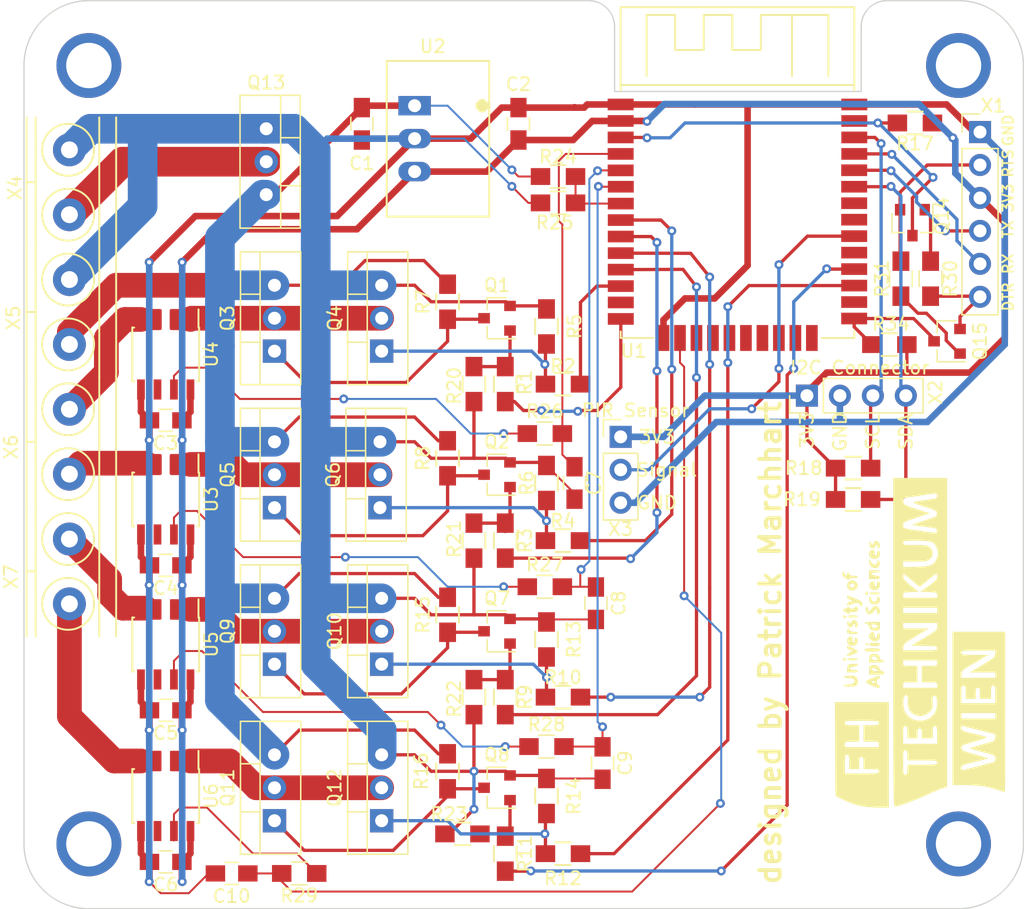
<source format=kicad_pcb>
(kicad_pcb (version 4) (host pcbnew 4.0.5)
  (layers (0 F.Cu signal) (31 B.Cu signal) (34 B.Paste user hide) (35 F.Paste user hide) (36 B.SilkS user hide) (37 F.SilkS user) (38 B.Mask user hide) (39 F.Mask user hide) (44 Edge.Cuts user))
  (net 0 "")
  (net 1 +12V)
  (net 2 GND)
  (net 3 +3V3)
  (net 4 "Net-(Q1-Pad1)")
  (net 5 "Net-(Q1-Pad3)")
  (net 6 "Net-(Q2-Pad1)")
  (net 7 "Net-(Q2-Pad3)")
  (net 8 "Net-(Q4-Pad1)")
  (net 9 "Net-(Q6-Pad1)")
  (net 10 Signal_H_1)
  (net 11 Signal_L_1)
  (net 12 Signal_H_2)
  (net 13 Signal_L_2)
  (net 14 EN)
  (net 15 BOOT)
  (net 16 "Net-(U1-Pad17)")
  (net 17 "Net-(U1-Pad18)")
  (net 18 "Net-(U1-Pad19)")
  (net 19 "Net-(U1-Pad20)")
  (net 20 "Net-(U1-Pad21)")
  (net 21 "Net-(U1-Pad22)")
  (net 22 "Net-(U1-Pad32)")
  (net 23 "Net-(U1-Pad37)")
  (net 24 TX)
  (net 25 RX)
  (net 26 "Net-(Q7-Pad1)")
  (net 27 "Net-(Q7-Pad3)")
  (net 28 "Net-(Q8-Pad1)")
  (net 29 "Net-(Q11-Pad1)")
  (net 30 "Net-(Q10-Pad1)")
  (net 31 "Net-(Q12-Pad1)")
  (net 32 Signal_H_3)
  (net 33 Signal_L_3)
  (net 34 Signal_H_4)
  (net 35 Signal_L_4)
  (net 36 "Net-(U1-Pad23)")
  (net 37 SDA)
  (net 38 SCL)
  (net 39 "Net-(U1-Pad24)")
  (net 40 PIRsignal)
  (net 41 "Net-(Q13-Pad2)")
  (net 42 "Net-(U3-Pad6)")
  (net 43 OS_OUT_1)
  (net 44 CF1)
  (net 45 OUT_1)
  (net 46 OS_OUT_2)
  (net 47 CF2)
  (net 48 CF3)
  (net 49 CF4)
  (net 50 OUT_2)
  (net 51 "Net-(U4-Pad6)")
  (net 52 OS_OUT_3)
  (net 53 OUT_3)
  (net 54 "Net-(U5-Pad6)")
  (net 55 OS_OUT_4)
  (net 56 OUT_4)
  (net 57 "Net-(U6-Pad6)")
  (net 58 U_Monitor)
  (net 59 CF1_f)
  (net 60 CF2_f)
  (net 61 CF3_f)
  (net 62 CF4_f)
  (net 63 "Net-(Q14-Pad1)")
  (net 64 "Net-(Q15-Pad1)")
  (net 65 DTR)
  (net 66 RTS)
  (net 67 "Net-(U1-Pad29)")
  (net 68 "Net-(U1-Pad31)")
  (net 69 "Net-(U1-Pad13)")
  (net 70 "Net-(U1-Pad26)")
  (module Footprintbibliothek:ESP32_WROOM (layer F.Cu) (at 140.97 95.504)
    (fp_text reference U1 (at 1 1 180) (layer F.SilkS))
    (fp_text value ESP32_WROOM)
    (pad 1 smd rect (at 0 -18) (size 2 0.9) (layers F.Cu F.Paste F.Mask) (net 2 GND))
    (pad 2 smd rect (at 0 -16.73) (size 2 0.9) (layers F.Cu F.Paste F.Mask) (net 3 +3V3))
    (pad 3 smd rect (at 0 -15.46) (size 2 0.9) (layers F.Cu F.Paste F.Mask) (net 14 EN))
    (pad 4 smd rect (at 0 -14.19) (size 2 0.9) (layers F.Cu F.Paste F.Mask) (net 59 CF1_f))
    (pad 5 smd rect (at 0 -12.92) (size 2 0.9) (layers F.Cu F.Paste F.Mask) (net 60 CF2_f))
    (pad 6 smd rect (at 0.01 -11.66) (size 2 0.9) (layers F.Cu F.Paste F.Mask) (net 61 CF3_f))
    (pad 7 smd rect (at 0.01 -10.36) (size 2 0.9) (layers F.Cu F.Paste F.Mask) (net 58 U_Monitor))
    (pad 8 smd rect (at 0.01 -9.09) (size 2 0.9) (layers F.Cu F.Paste F.Mask) (net 35 Signal_L_4))
    (pad 9 smd rect (at 0.01 -7.82) (size 2 0.9) (layers F.Cu F.Paste F.Mask) (net 34 Signal_H_4))
    (pad 10 smd rect (at 0.01 -6.54) (size 2 0.9) (layers F.Cu F.Paste F.Mask) (net 33 Signal_L_3))
    (pad 11 smd rect (at 0.01 -5.27) (size 2 0.9) (layers F.Cu F.Paste F.Mask) (net 32 Signal_H_3))
    (pad 12 smd rect (at 0.01 -4) (size 2 0.9) (layers F.Cu F.Paste F.Mask) (net 11 Signal_L_1))
    (pad 13 smd rect (at 0.01 -2.74) (size 2 0.9) (layers F.Cu F.Paste F.Mask) (net 69 "Net-(U1-Pad13)"))
    (pad 14 smd rect (at 0.01 -1.47) (size 2 0.9) (layers F.Cu F.Paste F.Mask) (net 10 Signal_H_1))
    (pad 15 smd rect (at 3.3 0 90) (size 2 0.9) (layers F.Cu F.Paste F.Mask) (net 2 GND))
    (pad 16 smd rect (at 4.57 0 90) (size 2 0.9) (layers F.Cu F.Paste F.Mask) (net 62 CF4_f))
    (pad 17 smd rect (at 5.84 0 90) (size 2 0.9) (layers F.Cu F.Paste F.Mask) (net 16 "Net-(U1-Pad17)"))
    (pad 18 smd rect (at 7.11 0 90) (size 2 0.9) (layers F.Cu F.Paste F.Mask) (net 17 "Net-(U1-Pad18)"))
    (pad 19 smd rect (at 8.38 0 90) (size 2 0.9) (layers F.Cu F.Paste F.Mask) (net 18 "Net-(U1-Pad19)"))
    (pad 20 smd rect (at 9.65 0 90) (size 2 0.9) (layers F.Cu F.Paste F.Mask) (net 19 "Net-(U1-Pad20)"))
    (pad 21 smd rect (at 10.92 0 90) (size 2 0.9) (layers F.Cu F.Paste F.Mask) (net 20 "Net-(U1-Pad21)"))
    (pad 22 smd rect (at 12.19 0 90) (size 2 0.9) (layers F.Cu F.Paste F.Mask) (net 21 "Net-(U1-Pad22)"))
    (pad 23 smd rect (at 13.46 0 90) (size 2 0.9) (layers F.Cu F.Paste F.Mask) (net 36 "Net-(U1-Pad23)"))
    (pad 24 smd rect (at 14.73 0 90) (size 2 0.9) (layers F.Cu F.Paste F.Mask) (net 39 "Net-(U1-Pad24)"))
    (pad 25 smd rect (at 17.99 -1.5) (size 2 0.9) (layers F.Cu F.Paste F.Mask) (net 15 BOOT))
    (pad 26 smd rect (at 17.99 -2.77) (size 2 0.9) (layers F.Cu F.Paste F.Mask) (net 70 "Net-(U1-Pad26)"))
    (pad 27 smd rect (at 17.99 -4.04) (size 2 0.9) (layers F.Cu F.Paste F.Mask) (net 13 Signal_L_2))
    (pad 28 smd rect (at 17.99 -5.31) (size 2 0.9) (layers F.Cu F.Paste F.Mask) (net 12 Signal_H_2))
    (pad 29 smd rect (at 17.99 -6.58) (size 2 0.9) (layers F.Cu F.Paste F.Mask) (net 67 "Net-(U1-Pad29)"))
    (pad 30 smd rect (at 17.99 -7.85) (size 2 0.9) (layers F.Cu F.Paste F.Mask) (net 40 PIRsignal))
    (pad 31 smd rect (at 17.99 -9.12) (size 2 0.9) (layers F.Cu F.Paste F.Mask) (net 68 "Net-(U1-Pad31)"))
    (pad 32 smd rect (at 17.99 -10.39) (size 2 0.9) (layers F.Cu F.Paste F.Mask) (net 22 "Net-(U1-Pad32)"))
    (pad 33 smd rect (at 17.99 -11.66) (size 2 0.9) (layers F.Cu F.Paste F.Mask) (net 37 SDA))
    (pad 34 smd rect (at 17.99 -12.93) (size 2 0.9) (layers F.Cu F.Paste F.Mask) (net 24 TX))
    (pad 35 smd rect (at 18 -14.19) (size 2 0.9) (layers F.Cu F.Paste F.Mask) (net 25 RX))
    (pad 36 smd rect (at 18 -15.46) (size 2 0.9) (layers F.Cu F.Paste F.Mask) (net 38 SCL))
    (pad 37 smd rect (at 18 -16.73) (size 2 0.9) (layers F.Cu F.Paste F.Mask) (net 23 "Net-(U1-Pad37)"))
    (pad 38 smd rect (at 18 -18) (size 2 0.9) (layers F.Cu F.Paste F.Mask) (net 2 GND))
  )
  (module Housings_SOIC:SOIC-8_3.9x4.9mm_Pitch1.27mm (layer F.Cu) (at 105.918 119.126 270)
    (fp_text reference U5 (at 0 -3.5 270) (layer F.SilkS))
    (fp_text value ACS711 hide)
    (pad 1 smd rect (at -2.7 -1.905 270) (size 1.55 0.6) (layers F.Cu F.Paste F.Mask) (net 52 OS_OUT_3))
    (pad 2 smd rect (at -2.7 -0.635 270) (size 1.55 0.6) (layers F.Cu F.Paste F.Mask) (net 52 OS_OUT_3))
    (pad 3 smd rect (at -2.7 0.635 270) (size 1.55 0.6) (layers F.Cu F.Paste F.Mask) (net 53 OUT_3))
    (pad 4 smd rect (at -2.7 1.905 270) (size 1.55 0.6) (layers F.Cu F.Paste F.Mask) (net 53 OUT_3))
    (pad 5 smd rect (at 2.7 1.905 270) (size 1.55 0.6) (layers F.Cu F.Paste F.Mask) (net 2 GND))
    (pad 6 smd rect (at 2.7 0.635 270) (size 1.55 0.6) (layers F.Cu F.Paste F.Mask) (net 54 "Net-(U5-Pad6)"))
    (pad 7 smd rect (at 2.7 -0.635 270) (size 1.55 0.6) (layers F.Cu F.Paste F.Mask) (net 48 CF3))
    (pad 8 smd rect (at 2.7 -1.905 270) (size 1.55 0.6) (layers F.Cu F.Paste F.Mask) (net 3 +3V3))
  )
  (module Socket_Strips:Socket_Strip_Straight_1x04_Pitch2.54mm (layer F.Cu) (at 155.321 99.949 90)
    (fp_text reference X2 (at 0.254 9.906 90) (layer F.SilkS))
    (fp_text value "I2C Connector" (at 2.159 4.064 180) (layer F.SilkS))
    (pad 1 thru_hole rect (at 0 0 90) (size 1.7 1.7) (drill 1) (layers *.Cu *.Mask) (net 3 +3V3))
    (pad 2 thru_hole oval (at 0 2.54 90) (size 1.7 1.7) (drill 1) (layers *.Cu *.Mask) (net 2 GND))
    (pad 3 thru_hole oval (at 0 5.08 90) (size 1.7 1.7) (drill 1) (layers *.Cu *.Mask) (net 38 SCL))
    (pad 4 thru_hole oval (at 0 7.62 90) (size 1.7 1.7) (drill 1) (layers *.Cu *.Mask) (net 37 SDA))
  )
  (module Footprintbibliothek:FH_LOGO_300 (layer F.Cu) (at 164 119 90)
    (fp_text reference G*** hide)
    (fp_text value LOGO hide)
  )
  (module Wire_Pads:SolderWirePad_single_1-5mmDrill (layer F.Cu) (at 167 134.5)
    (fp_text reference "" (at 0 -3.81) (layer F.SilkS))
    (fp_text value "")
    (pad 1 thru_hole circle (at 0 0) (size 5 5) (drill 3.5) (layers *.Cu *.Mask))
  )
  (module Wire_Pads:SolderWirePad_single_1-5mmDrill (layer F.Cu) (at 100 134.5)
    (fp_text reference "" (at 0 -3.81) (layer F.SilkS))
    (fp_text value "")
    (pad 1 thru_hole circle (at 0 0) (size 5 5) (drill 3.5) (layers *.Cu *.Mask))
  )
  (module Wire_Pads:SolderWirePad_single_1-5mmDrill (layer F.Cu) (at 167 74.5)
    (fp_text reference "" (at 0 -3.81) (layer F.SilkS))
    (fp_text value "")
    (pad 1 thru_hole circle (at 0 0) (size 5 5) (drill 3.5) (layers *.Cu *.Mask))
  )
  (module Capacitors_SMD:C_0805_HandSoldering (layer F.Cu) (at 121.031 78.994 270)
    (fp_text reference C1 (at 3.048 0 360) (layer F.SilkS))
    (fp_text value 10µF)
    (pad 1 smd rect (at -1.25 0 270) (size 1.5 1.25) (layers F.Cu F.Paste F.Mask) (net 1 +12V))
    (pad 2 smd rect (at 1.25 0 270) (size 1.5 1.25) (layers F.Cu F.Paste F.Mask) (net 2 GND))
  )
  (module Capacitors_SMD:C_0805_HandSoldering (layer F.Cu) (at 133.096 78.994 90)
    (fp_text reference C2 (at 3.048 0 360) (layer F.SilkS))
    (fp_text value 10µF)
    (pad 1 smd rect (at -1.25 0 90) (size 1.5 1.25) (layers F.Cu F.Paste F.Mask) (net 3 +3V3))
    (pad 2 smd rect (at 1.25 0 90) (size 1.5 1.25) (layers F.Cu F.Paste F.Mask) (net 2 GND))
  )
  (module Footprintbibliothek:TerminalBlock_PTR_AKZ500-2DS-5.08-V (layer F.Cu) (at 98.5 101 270)
    (fp_text reference X6 (at 2.9 4.5 270) (layer F.SilkS))
    (fp_text value OUTPUT_1_2 hide)
    (pad 1 thru_hole circle (at 0 0 270) (size 2.54 2.54) (drill 1.3) (layers *.Cu *.Mask) (net 45 OUT_1))
    (pad 2 thru_hole circle (at 5 0 270) (size 2.54 2.54) (drill 1.3) (layers *.Cu *.Mask) (net 50 OUT_2))
  )
  (module Footprintbibliothek:TerminalBlock_PTR_AKZ500-2DS-5.08-V (layer F.Cu) (at 98.5 81 270)
    (fp_text reference X4 (at 2.921 4.191 270) (layer F.SilkS))
    (fp_text value 12V_Power_IN hide)
    (pad 1 thru_hole circle (at 0 0 270) (size 2.54 2.54) (drill 1.3) (layers *.Cu *.Mask) (net 2 GND))
    (pad 2 thru_hole circle (at 5 0 270) (size 2.54 2.54) (drill 1.3) (layers *.Cu *.Mask) (net 41 "Net-(Q13-Pad2)"))
  )
  (module TO_SOT_Packages_SMD:SOT-23 (layer F.Cu) (at 131.445 93.98 180)
    (fp_text reference Q1 (at 0 2.54 180) (layer F.SilkS))
    (fp_text value BC818-40)
    (pad 1 smd rect (at -1 -0.95 180) (size 0.9 0.8) (layers F.Cu F.Paste F.Mask) (net 4 "Net-(Q1-Pad1)"))
    (pad 2 smd rect (at -1 0.95 180) (size 0.9 0.8) (layers F.Cu F.Paste F.Mask) (net 2 GND))
    (pad 3 smd rect (at 1 0 180) (size 0.9 0.8) (layers F.Cu F.Paste F.Mask) (net 5 "Net-(Q1-Pad3)"))
  )
  (module TO_SOT_Packages_SMD:SOT-23 (layer F.Cu) (at 131.445 106.045 180)
    (fp_text reference Q2 (at 0 2.54 180) (layer F.SilkS))
    (fp_text value BC818-40)
    (pad 1 smd rect (at -1 -0.95 180) (size 0.9 0.8) (layers F.Cu F.Paste F.Mask) (net 6 "Net-(Q2-Pad1)"))
    (pad 2 smd rect (at -1 0.95 180) (size 0.9 0.8) (layers F.Cu F.Paste F.Mask) (net 2 GND))
    (pad 3 smd rect (at 1 0 180) (size 0.9 0.8) (layers F.Cu F.Paste F.Mask) (net 7 "Net-(Q2-Pad3)"))
  )
  (module Resistors_SMD:R_0805_HandSoldering (layer F.Cu) (at 132.08 99.06 270)
    (fp_text reference R1 (at -0.127 -1.524 270) (layer F.SilkS))
    (fp_text value 1K)
    (pad 1 smd rect (at -1.35 0 270) (size 1.5 1.3) (layers F.Cu F.Paste F.Mask) (net 4 "Net-(Q1-Pad1)"))
    (pad 2 smd rect (at 1.35 0 270) (size 1.5 1.3) (layers F.Cu F.Paste F.Mask) (net 10 Signal_H_1))
  )
  (module Resistors_SMD:R_0805_HandSoldering (layer F.Cu) (at 136.525 99.06)
    (fp_text reference R2 (at 0 -1.397) (layer F.SilkS))
    (fp_text value 1K)
    (pad 1 smd rect (at -1.35 0) (size 1.5 1.3) (layers F.Cu F.Paste F.Mask) (net 8 "Net-(Q4-Pad1)"))
    (pad 2 smd rect (at 1.35 0) (size 1.5 1.3) (layers F.Cu F.Paste F.Mask) (net 11 Signal_L_1))
  )
  (module Resistors_SMD:R_0805_HandSoldering (layer F.Cu) (at 132.08 111.125 270)
    (fp_text reference R3 (at 0 -1.524 270) (layer F.SilkS))
    (fp_text value 1K)
    (pad 1 smd rect (at -1.35 0 270) (size 1.5 1.3) (layers F.Cu F.Paste F.Mask) (net 6 "Net-(Q2-Pad1)"))
    (pad 2 smd rect (at 1.35 0 270) (size 1.5 1.3) (layers F.Cu F.Paste F.Mask) (net 34 Signal_H_4))
  )
  (module Resistors_SMD:R_0805_HandSoldering (layer F.Cu) (at 136.525 111.125)
    (fp_text reference R4 (at 0 -1.524) (layer F.SilkS))
    (fp_text value 1K)
    (pad 1 smd rect (at -1.35 0) (size 1.5 1.3) (layers F.Cu F.Paste F.Mask) (net 9 "Net-(Q6-Pad1)"))
    (pad 2 smd rect (at 1.35 0) (size 1.5 1.3) (layers F.Cu F.Paste F.Mask) (net 35 Signal_L_4))
  )
  (module Resistors_SMD:R_0805_HandSoldering (layer F.Cu) (at 135.255 94.615 270)
    (fp_text reference R5 (at 0 -2.159 270) (layer F.SilkS))
    (fp_text value 10K)
    (pad 1 smd rect (at -1.35 0 270) (size 1.5 1.3) (layers F.Cu F.Paste F.Mask) (net 2 GND))
    (pad 2 smd rect (at 1.35 0 270) (size 1.5 1.3) (layers F.Cu F.Paste F.Mask) (net 8 "Net-(Q4-Pad1)"))
  )
  (module Resistors_SMD:R_0805_HandSoldering (layer F.Cu) (at 135.255 106.68 270)
    (fp_text reference R6 (at 0 1.524 450) (layer F.SilkS))
    (fp_text value 10K)
    (pad 1 smd rect (at -1.35 0 270) (size 1.5 1.3) (layers F.Cu F.Paste F.Mask) (net 2 GND))
    (pad 2 smd rect (at 1.35 0 270) (size 1.5 1.3) (layers F.Cu F.Paste F.Mask) (net 9 "Net-(Q6-Pad1)"))
  )
  (module Resistors_SMD:R_0805_HandSoldering (layer F.Cu) (at 127.635 92.71 270)
    (fp_text reference R7 (at 0 1.905 270) (layer F.SilkS))
    (fp_text value 10K)
    (pad 1 smd rect (at -1.35 0 270) (size 1.5 1.3) (layers F.Cu F.Paste F.Mask) (net 1 +12V))
    (pad 2 smd rect (at 1.35 0 270) (size 1.5 1.3) (layers F.Cu F.Paste F.Mask) (net 5 "Net-(Q1-Pad3)"))
  )
  (module Resistors_SMD:R_0805_HandSoldering (layer F.Cu) (at 127.635 104.775 270)
    (fp_text reference R8 (at 0 1.905 270) (layer F.SilkS))
    (fp_text value 10K)
    (pad 1 smd rect (at -1.35 0 270) (size 1.5 1.3) (layers F.Cu F.Paste F.Mask) (net 1 +12V))
    (pad 2 smd rect (at 1.35 0 270) (size 1.5 1.3) (layers F.Cu F.Paste F.Mask) (net 7 "Net-(Q2-Pad3)"))
  )
  (module Resistors_SMD:R_0805_HandSoldering (layer F.Cu) (at 163.6395 78.9305 180)
    (fp_text reference R17 (at 0 -1.5875 360) (layer F.SilkS))
    (fp_text value 10K)
    (pad 1 smd rect (at -1.35 0 180) (size 1.5 1.3) (layers F.Cu F.Paste F.Mask) (net 3 +3V3))
    (pad 2 smd rect (at 1.35 0 180) (size 1.5 1.3) (layers F.Cu F.Paste F.Mask) (net 14 EN))
  )
  (module Resistors_SMD:R_0805_HandSoldering (layer F.Cu) (at 161.671 96.012 180)
    (fp_text reference R34 (at -0.127 1.5875 180) (layer F.SilkS))
    (fp_text value 10K)
    (pad 1 smd rect (at -1.35 0 180) (size 1.5 1.3) (layers F.Cu F.Paste F.Mask) (net 3 +3V3))
    (pad 2 smd rect (at 1.35 0 180) (size 1.5 1.3) (layers F.Cu F.Paste F.Mask) (net 15 BOOT))
  )
  (module Pin_Headers:Pin_Header_Straight_1x06_Pitch2.54mm (layer F.Cu) (at 168.656 79.629)
    (fp_text reference X1 (at 1.016 -2.032 180) (layer F.SilkS))
    (fp_text value "USB Serial Converter" hide)
    (pad 1 thru_hole rect (at 0 0) (size 1.7 1.7) (drill 1) (layers *.Cu *.Mask) (net 2 GND))
    (pad 2 thru_hole oval (at 0 2.54) (size 1.7 1.7) (drill 1) (layers *.Cu *.Mask) (net 66 RTS))
    (pad 3 thru_hole oval (at 0 5.08) (size 1.7 1.7) (drill 1) (layers *.Cu *.Mask) (net 3 +3V3))
    (pad 4 thru_hole oval (at 0 7.62) (size 1.7 1.7) (drill 1) (layers *.Cu *.Mask) (net 24 TX))
    (pad 5 thru_hole oval (at 0 10.16) (size 1.7 1.7) (drill 1) (layers *.Cu *.Mask) (net 25 RX))
    (pad 6 thru_hole oval (at 0 12.7) (size 1.7 1.7) (drill 1) (layers *.Cu *.Mask) (net 65 DTR))
  )
  (module Wire_Pads:SolderWirePad_single_1-5mmDrill (layer F.Cu) (at 100 74.5)
    (fp_text reference "" (at 0 -3.81) (layer F.SilkS))
    (fp_text value "")
    (pad 1 thru_hole circle (at 0 0) (size 5 5) (drill 3.5) (layers *.Cu *.Mask))
  )
  (module Footprintbibliothek:TerminalBlock_PTR_AKZ500-2DS-5.08-V (layer F.Cu) (at 98.5 91 270)
    (fp_text reference X5 (at 2.954 4.318 270) (layer F.SilkS))
    (fp_text value 12V_Power_OUT hide)
    (pad 1 thru_hole circle (at 0 0 270) (size 2.54 2.54) (drill 1.3) (layers *.Cu *.Mask) (net 2 GND))
    (pad 2 thru_hole circle (at 5 0 270) (size 2.54 2.54) (drill 1.3) (layers *.Cu *.Mask) (net 1 +12V))
  )
  (module Footprintbibliothek:TerminalBlock_PTR_AKZ500-2DS-5.08-V (layer F.Cu) (at 98.5 111 270)
    (fp_text reference X7 (at 2.9 4.5 270) (layer F.SilkS))
    (fp_text value OUTPUT_3_4 hide)
    (pad 1 thru_hole circle (at 0 0 270) (size 2.54 2.54) (drill 1.3) (layers *.Cu *.Mask) (net 53 OUT_3))
    (pad 2 thru_hole circle (at 5 0 270) (size 2.54 2.54) (drill 1.3) (layers *.Cu *.Mask) (net 56 OUT_4))
  )
  (module TO_SOT_Packages_SMD:SOT-23 (layer F.Cu) (at 131.445 118.11 180)
    (fp_text reference Q7 (at 0 2.54 180) (layer F.SilkS))
    (fp_text value BC818-40 hide)
    (pad 1 smd rect (at -1 -0.95 180) (size 0.9 0.8) (layers F.Cu F.Paste F.Mask) (net 26 "Net-(Q7-Pad1)"))
    (pad 2 smd rect (at -1 0.95 180) (size 0.9 0.8) (layers F.Cu F.Paste F.Mask) (net 2 GND))
    (pad 3 smd rect (at 1 0 180) (size 0.9 0.8) (layers F.Cu F.Paste F.Mask) (net 27 "Net-(Q7-Pad3)"))
  )
  (module TO_SOT_Packages_SMD:SOT-23 (layer F.Cu) (at 131.445 130.175 180)
    (fp_text reference Q8 (at 0 2.54 180) (layer F.SilkS))
    (fp_text value BC818-40 hide)
    (pad 1 smd rect (at -1 -0.95 180) (size 0.9 0.8) (layers F.Cu F.Paste F.Mask) (net 28 "Net-(Q8-Pad1)"))
    (pad 2 smd rect (at -1 0.95 180) (size 0.9 0.8) (layers F.Cu F.Paste F.Mask) (net 2 GND))
    (pad 3 smd rect (at 1 0 180) (size 0.9 0.8) (layers F.Cu F.Paste F.Mask) (net 29 "Net-(Q11-Pad1)"))
  )
  (module Resistors_SMD:R_0805_HandSoldering (layer F.Cu) (at 132.08 123.19 270)
    (fp_text reference R9 (at 0 -1.524 270) (layer F.SilkS))
    (fp_text value 1K)
    (pad 1 smd rect (at -1.35 0 270) (size 1.5 1.3) (layers F.Cu F.Paste F.Mask) (net 26 "Net-(Q7-Pad1)"))
    (pad 2 smd rect (at 1.35 0 270) (size 1.5 1.3) (layers F.Cu F.Paste F.Mask) (net 32 Signal_H_3))
  )
  (module Resistors_SMD:R_0805_HandSoldering (layer F.Cu) (at 136.525 123.19)
    (fp_text reference R10 (at 0 -1.524) (layer F.SilkS))
    (fp_text value 1K)
    (pad 1 smd rect (at -1.35 0) (size 1.5 1.3) (layers F.Cu F.Paste F.Mask) (net 30 "Net-(Q10-Pad1)"))
    (pad 2 smd rect (at 1.35 0) (size 1.5 1.3) (layers F.Cu F.Paste F.Mask) (net 33 Signal_L_3))
  )
  (module Resistors_SMD:R_0805_HandSoldering (layer F.Cu) (at 132.08 135.255 270)
    (fp_text reference R11 (at 0 -1.524 270) (layer F.SilkS))
    (fp_text value 1K)
    (pad 1 smd rect (at -1.35 0 270) (size 1.5 1.3) (layers F.Cu F.Paste F.Mask) (net 28 "Net-(Q8-Pad1)"))
    (pad 2 smd rect (at 1.35 0 270) (size 1.5 1.3) (layers F.Cu F.Paste F.Mask) (net 12 Signal_H_2))
  )
  (module Resistors_SMD:R_0805_HandSoldering (layer F.Cu) (at 136.525 135.255)
    (fp_text reference R12 (at 0 1.905) (layer F.SilkS))
    (fp_text value 1K)
    (pad 1 smd rect (at -1.35 0) (size 1.5 1.3) (layers F.Cu F.Paste F.Mask) (net 31 "Net-(Q12-Pad1)"))
    (pad 2 smd rect (at 1.35 0) (size 1.5 1.3) (layers F.Cu F.Paste F.Mask) (net 13 Signal_L_2))
  )
  (module Resistors_SMD:R_0805_HandSoldering (layer F.Cu) (at 135.255 118.745 270)
    (fp_text reference R13 (at 0 -2.1 270) (layer F.SilkS))
    (fp_text value 10K)
    (pad 1 smd rect (at -1.35 0 270) (size 1.5 1.3) (layers F.Cu F.Paste F.Mask) (net 2 GND))
    (pad 2 smd rect (at 1.35 0 270) (size 1.5 1.3) (layers F.Cu F.Paste F.Mask) (net 30 "Net-(Q10-Pad1)"))
  )
  (module Resistors_SMD:R_0805_HandSoldering (layer F.Cu) (at 135.255 130.81 270)
    (fp_text reference R14 (at 0 -2.1 270) (layer F.SilkS))
    (fp_text value 10K)
    (pad 1 smd rect (at -1.35 0 270) (size 1.5 1.3) (layers F.Cu F.Paste F.Mask) (net 2 GND))
    (pad 2 smd rect (at 1.35 0 270) (size 1.5 1.3) (layers F.Cu F.Paste F.Mask) (net 31 "Net-(Q12-Pad1)"))
  )
  (module Resistors_SMD:R_0805_HandSoldering (layer F.Cu) (at 127.635 116.84 270)
    (fp_text reference R15 (at 0 1.905 270) (layer F.SilkS))
    (fp_text value 10K)
    (pad 1 smd rect (at -1.35 0 270) (size 1.5 1.3) (layers F.Cu F.Paste F.Mask) (net 1 +12V))
    (pad 2 smd rect (at 1.35 0 270) (size 1.5 1.3) (layers F.Cu F.Paste F.Mask) (net 27 "Net-(Q7-Pad3)"))
  )
  (module Resistors_SMD:R_0805_HandSoldering (layer F.Cu) (at 127.635 128.905 270)
    (fp_text reference R16 (at 0 2.032 270) (layer F.SilkS))
    (fp_text value 10K)
    (pad 1 smd rect (at -1.35 0 270) (size 1.5 1.3) (layers F.Cu F.Paste F.Mask) (net 1 +12V))
    (pad 2 smd rect (at 1.35 0 270) (size 1.5 1.3) (layers F.Cu F.Paste F.Mask) (net 29 "Net-(Q11-Pad1)"))
  )
  (module Resistors_SMD:R_0805_HandSoldering (layer F.Cu) (at 158.877 105.537)
    (fp_text reference R18 (at -3.81 0) (layer F.SilkS))
    (fp_text value 10K)
    (pad 1 smd rect (at -1.35 0) (size 1.5 1.3) (layers F.Cu F.Paste F.Mask) (net 3 +3V3))
    (pad 2 smd rect (at 1.35 0) (size 1.5 1.3) (layers F.Cu F.Paste F.Mask) (net 38 SCL))
  )
  (module Resistors_SMD:R_0805_HandSoldering (layer F.Cu) (at 158.877 107.95)
    (fp_text reference R19 (at -3.937 0) (layer F.SilkS))
    (fp_text value 10K)
    (pad 1 smd rect (at -1.35 0) (size 1.5 1.3) (layers F.Cu F.Paste F.Mask) (net 3 +3V3))
    (pad 2 smd rect (at 1.35 0) (size 1.5 1.3) (layers F.Cu F.Paste F.Mask) (net 37 SDA))
  )
  (module Resistors_SMD:R_0805_HandSoldering (layer F.Cu) (at 129.667 99.06 270)
    (fp_text reference R20 (at 0.127 1.524 270) (layer F.SilkS))
    (fp_text value 10K)
    (pad 1 smd rect (at -1.35 0 270) (size 1.5 1.3) (layers F.Cu F.Paste F.Mask) (net 4 "Net-(Q1-Pad1)"))
    (pad 2 smd rect (at 1.35 0 270) (size 1.5 1.3) (layers F.Cu F.Paste F.Mask) (net 2 GND))
  )
  (module Resistors_SMD:R_0805_HandSoldering (layer F.Cu) (at 129.667 111.125 270)
    (fp_text reference R21 (at -0.127 1.524 270) (layer F.SilkS))
    (fp_text value 10K)
    (pad 1 smd rect (at -1.35 0 270) (size 1.5 1.3) (layers F.Cu F.Paste F.Mask) (net 6 "Net-(Q2-Pad1)"))
    (pad 2 smd rect (at 1.35 0 270) (size 1.5 1.3) (layers F.Cu F.Paste F.Mask) (net 2 GND))
  )
  (module Resistors_SMD:R_0805_HandSoldering (layer F.Cu) (at 129.667 123.19 270)
    (fp_text reference R22 (at 0.127 1.524 270) (layer F.SilkS))
    (fp_text value 10K)
    (pad 1 smd rect (at -1.35 0 270) (size 1.5 1.3) (layers F.Cu F.Paste F.Mask) (net 26 "Net-(Q7-Pad1)"))
    (pad 2 smd rect (at 1.35 0 270) (size 1.5 1.3) (layers F.Cu F.Paste F.Mask) (net 2 GND))
  )
  (module Resistors_SMD:R_0805_HandSoldering (layer F.Cu) (at 128.778 133.731 180)
    (fp_text reference R23 (at 1.016 1.524 180) (layer F.SilkS))
    (fp_text value 10K)
    (pad 1 smd rect (at -1.35 0 180) (size 1.5 1.3) (layers F.Cu F.Paste F.Mask) (net 28 "Net-(Q8-Pad1)"))
    (pad 2 smd rect (at 1.35 0 180) (size 1.5 1.3) (layers F.Cu F.Paste F.Mask) (net 2 GND))
  )
  (module Socket_Strips:Socket_Strip_Straight_1x03_Pitch2.54mm (layer F.Cu) (at 140.97 103.124)
    (fp_text reference X3 (at 0 7.112) (layer F.SilkS))
    (fp_text value "Motion Sensor")
    (pad 1 thru_hole rect (at 0 0) (size 1.7 1.7) (drill 1) (layers *.Cu *.Mask) (net 3 +3V3))
    (pad 2 thru_hole oval (at 0 2.54) (size 1.7 1.7) (drill 1) (layers *.Cu *.Mask) (net 40 PIRsignal))
    (pad 3 thru_hole oval (at 0 5.08) (size 1.7 1.7) (drill 1) (layers *.Cu *.Mask) (net 2 GND))
  )
  (module TO_SOT_Packages_THT:TO-220_Vertical (layer F.Cu) (at 113.665 79.375 270)
    (fp_text reference Q13 (at -3.556 0 360) (layer F.SilkS))
    (fp_text value IRF4905)
    (pad 1 thru_hole rect (at 0 0 270) (size 1.8 1.8) (drill 1) (layers *.Cu *.Mask) (net 2 GND))
    (pad 2 thru_hole oval (at 2.54 0 270) (size 1.8 1.8) (drill 1) (layers *.Cu *.Mask) (net 41 "Net-(Q13-Pad2)"))
    (pad 3 thru_hole oval (at 5.08 0 270) (size 1.8 1.8) (drill 1) (layers *.Cu *.Mask) (net 1 +12V))
  )
  (module TO_SOT_Packages_THT:TO-220_Vertical (layer F.Cu) (at 114.3 96.52 90)
    (fp_text reference Q3 (at 2.54 -3.62 90) (layer F.SilkS))
    (fp_text value IRF9Z34N)
    (pad 1 thru_hole rect (at 0 0 90) (size 1.8 1.8) (drill 1) (layers *.Cu *.Mask) (net 5 "Net-(Q1-Pad3)"))
    (pad 2 thru_hole oval (at 2.54 0 90) (size 1.8 1.8) (drill 1) (layers *.Cu *.Mask) (net 43 OS_OUT_1))
    (pad 3 thru_hole oval (at 5.08 0 90) (size 1.8 1.8) (drill 1) (layers *.Cu *.Mask) (net 1 +12V))
  )
  (module TO_SOT_Packages_THT:TO-220_Vertical (layer F.Cu) (at 122.555 96.52 90)
    (fp_text reference Q4 (at 2.54 -3.62 90) (layer F.SilkS))
    (fp_text value IRLZ24NPbF)
    (pad 1 thru_hole rect (at 0 0 90) (size 1.8 1.8) (drill 1) (layers *.Cu *.Mask) (net 8 "Net-(Q4-Pad1)"))
    (pad 2 thru_hole oval (at 2.54 0 90) (size 1.8 1.8) (drill 1) (layers *.Cu *.Mask) (net 43 OS_OUT_1))
    (pad 3 thru_hole oval (at 5.08 0 90) (size 1.8 1.8) (drill 1) (layers *.Cu *.Mask) (net 2 GND))
  )
  (module TO_SOT_Packages_THT:TO-220_Vertical (layer F.Cu) (at 114.3 108.585 90)
    (fp_text reference Q5 (at 2.54 -3.62 90) (layer F.SilkS))
    (fp_text value IRF9Z34N)
    (pad 1 thru_hole rect (at 0 0 90) (size 1.8 1.8) (drill 1) (layers *.Cu *.Mask) (net 7 "Net-(Q2-Pad3)"))
    (pad 2 thru_hole oval (at 2.54 0 90) (size 1.8 1.8) (drill 1) (layers *.Cu *.Mask) (net 46 OS_OUT_2))
    (pad 3 thru_hole oval (at 5.08 0 90) (size 1.8 1.8) (drill 1) (layers *.Cu *.Mask) (net 1 +12V))
  )
  (module TO_SOT_Packages_THT:TO-220_Vertical (layer F.Cu) (at 122.428 108.585 90)
    (fp_text reference Q6 (at 2.54 -3.62 90) (layer F.SilkS))
    (fp_text value IRLZ24NPbF)
    (pad 1 thru_hole rect (at 0 0 90) (size 1.8 1.8) (drill 1) (layers *.Cu *.Mask) (net 9 "Net-(Q6-Pad1)"))
    (pad 2 thru_hole oval (at 2.54 0 90) (size 1.8 1.8) (drill 1) (layers *.Cu *.Mask) (net 46 OS_OUT_2))
    (pad 3 thru_hole oval (at 5.08 0 90) (size 1.8 1.8) (drill 1) (layers *.Cu *.Mask) (net 2 GND))
  )
  (module TO_SOT_Packages_THT:TO-220_Vertical (layer F.Cu) (at 114.3 120.65 90)
    (fp_text reference Q9 (at 2.54 -3.62 90) (layer F.SilkS))
    (fp_text value IRF9Z34N)
    (pad 1 thru_hole rect (at 0 0 90) (size 1.8 1.8) (drill 1) (layers *.Cu *.Mask) (net 27 "Net-(Q7-Pad3)"))
    (pad 2 thru_hole oval (at 2.54 0 90) (size 1.8 1.8) (drill 1) (layers *.Cu *.Mask) (net 52 OS_OUT_3))
    (pad 3 thru_hole oval (at 5.08 0 90) (size 1.8 1.8) (drill 1) (layers *.Cu *.Mask) (net 1 +12V))
  )
  (module TO_SOT_Packages_THT:TO-220_Vertical (layer F.Cu) (at 122.555 120.65 90)
    (fp_text reference Q10 (at 2.54 -3.62 90) (layer F.SilkS))
    (fp_text value IRLZ24NPbF)
    (pad 1 thru_hole rect (at 0 0 90) (size 1.8 1.8) (drill 1) (layers *.Cu *.Mask) (net 30 "Net-(Q10-Pad1)"))
    (pad 2 thru_hole oval (at 2.54 0 90) (size 1.8 1.8) (drill 1) (layers *.Cu *.Mask) (net 52 OS_OUT_3))
    (pad 3 thru_hole oval (at 5.08 0 90) (size 1.8 1.8) (drill 1) (layers *.Cu *.Mask) (net 2 GND))
  )
  (module TO_SOT_Packages_THT:TO-220_Vertical (layer F.Cu) (at 114.3 132.715 90)
    (fp_text reference Q11 (at 2.54 -3.62 90) (layer F.SilkS))
    (fp_text value IRF9Z34N)
    (pad 1 thru_hole rect (at 0 0 90) (size 1.8 1.8) (drill 1) (layers *.Cu *.Mask) (net 29 "Net-(Q11-Pad1)"))
    (pad 2 thru_hole oval (at 2.54 0 90) (size 1.8 1.8) (drill 1) (layers *.Cu *.Mask) (net 55 OS_OUT_4))
    (pad 3 thru_hole oval (at 5.08 0 90) (size 1.8 1.8) (drill 1) (layers *.Cu *.Mask) (net 1 +12V))
  )
  (module TO_SOT_Packages_THT:TO-220_Vertical (layer F.Cu) (at 122.555 132.715 90)
    (fp_text reference Q12 (at 2.54 -3.62 90) (layer F.SilkS))
    (fp_text value IRLZ24NPbF)
    (pad 1 thru_hole rect (at 0 0 90) (size 1.8 1.8) (drill 1) (layers *.Cu *.Mask) (net 31 "Net-(Q12-Pad1)"))
    (pad 2 thru_hole oval (at 2.54 0 90) (size 1.8 1.8) (drill 1) (layers *.Cu *.Mask) (net 55 OS_OUT_4))
    (pad 3 thru_hole oval (at 5.08 0 90) (size 1.8 1.8) (drill 1) (layers *.Cu *.Mask) (net 2 GND))
  )
  (module Converters_DCDC_ACDC:DCDC-Conv_TRACO_TSR-1 (layer F.Cu) (at 125.095 77.597 270)
    (fp_text reference U2 (at -4.572 -1.397 360) (layer F.SilkS))
    (fp_text value WPMDL950003)
    (fp_text user . (at 0 -4 270) (layer F.SilkS) (effects (font (size 3 3) (thickness 0.75))))
    (pad 1 thru_hole rect (at 0 0 270) (size 1.5 2.5) (drill 1) (layers *.Cu *.Mask) (net 1 +12V))
    (pad 2 thru_hole oval (at 2.54 0 270) (size 1.5 2.5) (drill 1) (layers *.Cu *.Mask) (net 2 GND))
    (pad 3 thru_hole oval (at 5.08 0 270) (size 1.5 2.5) (drill 1) (layers *.Cu *.Mask) (net 3 +3V3))
  )
  (module Housings_SOIC:SOIC-8_3.9x4.9mm_Pitch1.27mm (layer F.Cu) (at 105.918 107.95 270)
    (fp_text reference U3 (at 0 -3.5 270) (layer F.SilkS))
    (fp_text value ACS711 hide)
    (pad 1 smd rect (at -2.7 -1.905 270) (size 1.55 0.6) (layers F.Cu F.Paste F.Mask) (net 46 OS_OUT_2))
    (pad 2 smd rect (at -2.7 -0.635 270) (size 1.55 0.6) (layers F.Cu F.Paste F.Mask) (net 46 OS_OUT_2))
    (pad 3 smd rect (at -2.7 0.635 270) (size 1.55 0.6) (layers F.Cu F.Paste F.Mask) (net 50 OUT_2))
    (pad 4 smd rect (at -2.7 1.905 270) (size 1.55 0.6) (layers F.Cu F.Paste F.Mask) (net 50 OUT_2))
    (pad 5 smd rect (at 2.7 1.905 270) (size 1.55 0.6) (layers F.Cu F.Paste F.Mask) (net 2 GND))
    (pad 6 smd rect (at 2.7 0.635 270) (size 1.55 0.6) (layers F.Cu F.Paste F.Mask) (net 42 "Net-(U3-Pad6)"))
    (pad 7 smd rect (at 2.7 -0.635 270) (size 1.55 0.6) (layers F.Cu F.Paste F.Mask) (net 47 CF2))
    (pad 8 smd rect (at 2.7 -1.905 270) (size 1.55 0.6) (layers F.Cu F.Paste F.Mask) (net 3 +3V3))
  )
  (module Capacitors_SMD:C_0805_HandSoldering (layer F.Cu) (at 105.918 101.854 180)
    (fp_text reference C3 (at 0 -1.75 180) (layer F.SilkS))
    (fp_text value 100nF)
    (pad 1 smd rect (at -1.25 0 180) (size 1.5 1.25) (layers F.Cu F.Paste F.Mask) (net 3 +3V3))
    (pad 2 smd rect (at 1.25 0 180) (size 1.5 1.25) (layers F.Cu F.Paste F.Mask) (net 2 GND))
  )
  (module Capacitors_SMD:C_0805_HandSoldering (layer F.Cu) (at 105.918 113.03 180)
    (fp_text reference C4 (at 0 -1.75 180) (layer F.SilkS))
    (fp_text value 100nF)
    (pad 1 smd rect (at -1.25 0 180) (size 1.5 1.25) (layers F.Cu F.Paste F.Mask) (net 3 +3V3))
    (pad 2 smd rect (at 1.25 0 180) (size 1.5 1.25) (layers F.Cu F.Paste F.Mask) (net 2 GND))
  )
  (module Capacitors_SMD:C_0805_HandSoldering (layer F.Cu) (at 105.918 124.206 180)
    (fp_text reference C5 (at 0 -1.75 180) (layer F.SilkS))
    (fp_text value 100nF)
    (pad 1 smd rect (at -1.25 0 180) (size 1.5 1.25) (layers F.Cu F.Paste F.Mask) (net 3 +3V3))
    (pad 2 smd rect (at 1.25 0 180) (size 1.5 1.25) (layers F.Cu F.Paste F.Mask) (net 2 GND))
  )
  (module Capacitors_SMD:C_0805_HandSoldering (layer F.Cu) (at 105.918 135.89 180)
    (fp_text reference C6 (at 0 -1.75 180) (layer F.SilkS))
    (fp_text value 100nF)
    (pad 1 smd rect (at -1.25 0 180) (size 1.5 1.25) (layers F.Cu F.Paste F.Mask) (net 3 +3V3))
    (pad 2 smd rect (at 1.25 0 180) (size 1.5 1.25) (layers F.Cu F.Paste F.Mask) (net 2 GND))
  )
  (module Housings_SOIC:SOIC-8_3.9x4.9mm_Pitch1.27mm (layer F.Cu) (at 105.918 96.774 270)
    (fp_text reference U4 (at 0 -3.5 270) (layer F.SilkS))
    (fp_text value ACS711 hide)
    (pad 1 smd rect (at -2.7 -1.905 270) (size 1.55 0.6) (layers F.Cu F.Paste F.Mask) (net 43 OS_OUT_1))
    (pad 2 smd rect (at -2.7 -0.635 270) (size 1.55 0.6) (layers F.Cu F.Paste F.Mask) (net 43 OS_OUT_1))
    (pad 3 smd rect (at -2.7 0.635 270) (size 1.55 0.6) (layers F.Cu F.Paste F.Mask) (net 45 OUT_1))
    (pad 4 smd rect (at -2.7 1.905 270) (size 1.55 0.6) (layers F.Cu F.Paste F.Mask) (net 45 OUT_1))
    (pad 5 smd rect (at 2.7 1.905 270) (size 1.55 0.6) (layers F.Cu F.Paste F.Mask) (net 2 GND))
    (pad 6 smd rect (at 2.7 0.635 270) (size 1.55 0.6) (layers F.Cu F.Paste F.Mask) (net 51 "Net-(U4-Pad6)"))
    (pad 7 smd rect (at 2.7 -0.635 270) (size 1.55 0.6) (layers F.Cu F.Paste F.Mask) (net 44 CF1))
    (pad 8 smd rect (at 2.7 -1.905 270) (size 1.55 0.6) (layers F.Cu F.Paste F.Mask) (net 3 +3V3))
  )
  (module Housings_SOIC:SOIC-8_3.9x4.9mm_Pitch1.27mm (layer F.Cu) (at 105.918 130.81 270)
    (fp_text reference U6 (at 0 -3.5 270) (layer F.SilkS))
    (fp_text value ACS711)
    (pad 1 smd rect (at -2.7 -1.905 270) (size 1.55 0.6) (layers F.Cu F.Paste F.Mask) (net 55 OS_OUT_4))
    (pad 2 smd rect (at -2.7 -0.635 270) (size 1.55 0.6) (layers F.Cu F.Paste F.Mask) (net 55 OS_OUT_4))
    (pad 3 smd rect (at -2.7 0.635 270) (size 1.55 0.6) (layers F.Cu F.Paste F.Mask) (net 56 OUT_4))
    (pad 4 smd rect (at -2.7 1.905 270) (size 1.55 0.6) (layers F.Cu F.Paste F.Mask) (net 56 OUT_4))
    (pad 5 smd rect (at 2.7 1.905 270) (size 1.55 0.6) (layers F.Cu F.Paste F.Mask) (net 2 GND))
    (pad 6 smd rect (at 2.7 0.635 270) (size 1.55 0.6) (layers F.Cu F.Paste F.Mask) (net 57 "Net-(U6-Pad6)"))
    (pad 7 smd rect (at 2.7 -0.635 270) (size 1.55 0.6) (layers F.Cu F.Paste F.Mask) (net 49 CF4))
    (pad 8 smd rect (at 2.7 -1.905 270) (size 1.55 0.6) (layers F.Cu F.Paste F.Mask) (net 3 +3V3))
  )
  (module Resistors_SMD:R_0805_HandSoldering (layer F.Cu) (at 136.144 83.058 180)
    (fp_text reference R24 (at 0 1.524 180) (layer F.SilkS))
    (fp_text value 10K)
    (pad 1 smd rect (at -1.35 0 180) (size 1.5 1.3) (layers F.Cu F.Paste F.Mask) (net 58 U_Monitor))
    (pad 2 smd rect (at 1.35 0 180) (size 1.5 1.3) (layers F.Cu F.Paste F.Mask) (net 1 +12V))
  )
  (module Resistors_SMD:R_0805_HandSoldering (layer F.Cu) (at 136.144 85.09)
    (fp_text reference R25 (at -0.254 1.524) (layer F.SilkS))
    (fp_text value 1K)
    (pad 1 smd rect (at -1.35 0) (size 1.5 1.3) (layers F.Cu F.Paste F.Mask) (net 2 GND))
    (pad 2 smd rect (at 1.35 0) (size 1.5 1.3) (layers F.Cu F.Paste F.Mask) (net 58 U_Monitor))
  )
  (module Capacitors_SMD:C_0805_HandSoldering (layer F.Cu) (at 137.414 106.68 270)
    (fp_text reference C7 (at 0 -1.524 270) (layer F.SilkS))
    (fp_text value 2.2µF)
    (pad 1 smd rect (at -1.25 0 270) (size 1.5 1.25) (layers F.Cu F.Paste F.Mask) (net 59 CF1_f))
    (pad 2 smd rect (at 1.25 0 270) (size 1.5 1.25) (layers F.Cu F.Paste F.Mask) (net 2 GND))
  )
  (module Capacitors_SMD:C_0805_HandSoldering (layer F.Cu) (at 139.573 128.27 270)
    (fp_text reference C9 (at 0 -1.75 270) (layer F.SilkS))
    (fp_text value 2.2µF)
    (pad 1 smd rect (at -1.25 0 270) (size 1.5 1.25) (layers F.Cu F.Paste F.Mask) (net 61 CF3_f))
    (pad 2 smd rect (at 1.25 0 270) (size 1.5 1.25) (layers F.Cu F.Paste F.Mask) (net 2 GND))
  )
  (module Capacitors_SMD:C_0805_HandSoldering (layer F.Cu) (at 110.998 136.779 180)
    (fp_text reference C10 (at 0 -1.75 180) (layer F.SilkS))
    (fp_text value 2.2µF)
    (pad 1 smd rect (at -1.25 0 180) (size 1.5 1.25) (layers F.Cu F.Paste F.Mask) (net 62 CF4_f))
    (pad 2 smd rect (at 1.25 0 180) (size 1.5 1.25) (layers F.Cu F.Paste F.Mask) (net 2 GND))
  )
  (module Resistors_SMD:R_0805_HandSoldering (layer F.Cu) (at 135.128 102.87)
    (fp_text reference R26 (at 0 -1.7) (layer F.SilkS))
    (fp_text value 4.7K)
    (pad 1 smd rect (at -1.35 0) (size 1.5 1.3) (layers F.Cu F.Paste F.Mask) (net 44 CF1))
    (pad 2 smd rect (at 1.35 0) (size 1.5 1.3) (layers F.Cu F.Paste F.Mask) (net 59 CF1_f))
  )
  (module Resistors_SMD:R_0805_HandSoldering (layer F.Cu) (at 135.128 114.681)
    (fp_text reference R27 (at 0 -1.7) (layer F.SilkS))
    (fp_text value 4.7K)
    (pad 1 smd rect (at -1.35 0) (size 1.5 1.3) (layers F.Cu F.Paste F.Mask) (net 47 CF2))
    (pad 2 smd rect (at 1.35 0) (size 1.5 1.3) (layers F.Cu F.Paste F.Mask) (net 60 CF2_f))
  )
  (module Resistors_SMD:R_0805_HandSoldering (layer F.Cu) (at 135.255 127)
    (fp_text reference R28 (at 0 -1.7) (layer F.SilkS))
    (fp_text value 4.7K)
    (pad 1 smd rect (at -1.35 0) (size 1.5 1.3) (layers F.Cu F.Paste F.Mask) (net 48 CF3))
    (pad 2 smd rect (at 1.35 0) (size 1.5 1.3) (layers F.Cu F.Paste F.Mask) (net 61 CF3_f))
  )
  (module Resistors_SMD:R_0805_HandSoldering (layer F.Cu) (at 116.205 136.779 180)
    (fp_text reference R29 (at 0 -1.7 180) (layer F.SilkS))
    (fp_text value 4.7K)
    (pad 1 smd rect (at -1.35 0 180) (size 1.5 1.3) (layers F.Cu F.Paste F.Mask) (net 49 CF4))
    (pad 2 smd rect (at 1.35 0 180) (size 1.5 1.3) (layers F.Cu F.Paste F.Mask) (net 62 CF4_f))
  )
  (module Capacitors_SMD:C_0805_HandSoldering (layer F.Cu) (at 139.065 115.951 270)
    (fp_text reference C8 (at 0 -1.75 270) (layer F.SilkS))
    (fp_text value 2.2µF)
    (pad 1 smd rect (at -1.25 0 270) (size 1.5 1.25) (layers F.Cu F.Paste F.Mask) (net 60 CF2_f))
    (pad 2 smd rect (at 1.25 0 270) (size 1.5 1.25) (layers F.Cu F.Paste F.Mask) (net 2 GND))
  )
  (module TO_SOT_Packages_SMD:SOT-23 (layer F.Cu) (at 163.449 86.614 270)
    (fp_text reference Q14 (at -0.508 -2.286 450) (layer F.SilkS))
    (fp_text value BC818-40 hide)
    (pad 1 smd rect (at -1 -0.95 270) (size 0.9 0.8) (layers F.Cu F.Paste F.Mask) (net 63 "Net-(Q14-Pad1)"))
    (pad 2 smd rect (at -1 0.95 270) (size 0.9 0.8) (layers F.Cu F.Paste F.Mask) (net 66 RTS))
    (pad 3 smd rect (at 1 0 270) (size 0.9 0.8) (layers F.Cu F.Paste F.Mask) (net 14 EN))
  )
  (module TO_SOT_Packages_SMD:SOT-23 (layer F.Cu) (at 166.116 95.758 180)
    (fp_text reference Q15 (at -2.54 0 270) (layer F.SilkS))
    (fp_text value BC818-40)
    (pad 1 smd rect (at -1 -0.95 180) (size 0.9 0.8) (layers F.Cu F.Paste F.Mask) (net 64 "Net-(Q15-Pad1)"))
    (pad 2 smd rect (at -1 0.95 180) (size 0.9 0.8) (layers F.Cu F.Paste F.Mask) (net 65 DTR))
    (pad 3 smd rect (at 1 0 180) (size 0.9 0.8) (layers F.Cu F.Paste F.Mask) (net 15 BOOT))
  )
  (module Resistors_SMD:R_0805_HandSoldering (layer F.Cu) (at 164.846 90.932 90)
    (fp_text reference R30 (at 0 1.524 270) (layer F.SilkS))
    (fp_text value 10K)
    (pad 1 smd rect (at -1.35 0 90) (size 1.5 1.3) (layers F.Cu F.Paste F.Mask) (net 65 DTR))
    (pad 2 smd rect (at 1.35 0 90) (size 1.5 1.3) (layers F.Cu F.Paste F.Mask) (net 63 "Net-(Q14-Pad1)"))
  )
  (module Resistors_SMD:R_0805_HandSoldering (layer F.Cu) (at 162.56 90.932 270)
    (fp_text reference R31 (at 0 1.4605 270) (layer F.SilkS))
    (fp_text value 10K)
    (pad 1 smd rect (at -1.35 0 270) (size 1.5 1.3) (layers F.Cu F.Paste F.Mask) (net 66 RTS))
    (pad 2 smd rect (at 1.35 0 270) (size 1.5 1.3) (layers F.Cu F.Paste F.Mask) (net 64 "Net-(Q15-Pad1)"))
  )
  (gr_arc (start 167 134.5) (end 172 134.5) (angle 90) (layer Edge.Cuts) (width 0.1))
  (gr_line (start 172 134) (end 172 134.5) (angle 90) (layer Edge.Cuts) (width 0.1))
  (gr_line (start 166.5 139.5) (end 167 139.5) (angle 90) (layer Edge.Cuts) (width 0.1))
  (gr_line (start 172 74.5) (end 172 134) (angle 90) (layer Edge.Cuts) (width 0.1))
  (gr_line (start 100 69.5) (end 138.5 69.5) (angle 90) (layer Edge.Cuts) (width 0.1))
  (gr_line (start 140.5 71.5) (end 140.5 76.5) (angle 90) (layer Edge.Cuts) (width 0.1))
  (gr_line (start 159.5 71.5) (end 159.5 76.5) (angle 90) (layer Edge.Cuts) (width 0.1))
  (gr_line (start 161.5 69.5) (end 167 69.5) (angle 90) (layer Edge.Cuts) (width 0.1))
  (gr_arc (start 161.5 71.5) (end 159.5 71.5) (angle 90) (layer Edge.Cuts) (width 0.1))
  (gr_arc (start 138.5 71.5) (end 138.5 69.5) (angle 90) (layer Edge.Cuts) (width 0.1))
  (gr_line (start 95 74.5) (end 95 134.5) (angle 90) (layer Edge.Cuts) (width 0.1))
  (gr_line (start 100 139.5) (end 166.5 139.5) (angle 90) (layer Edge.Cuts) (width 0.1))
  (gr_arc (start 100 134.5) (end 100 139.5) (angle 90) (layer Edge.Cuts) (width 0.1))
  (gr_arc (start 167 74.5) (end 167 69.5) (angle 90) (layer Edge.Cuts) (width 0.1))
  (gr_arc (start 100 74.5) (end 95 74.5) (angle 90) (layer Edge.Cuts) (width 0.1))
  (gr_line (start 140.5 76.5) (end 159.5 76.5) (angle 90) (layer Edge.Cuts) (width 0.1))
  (gr_text Signal (at 144.526 105.664) (layer F.SilkS) (effects (font (size 1 1))))
  (gr_text 3V3 (at 143.764 103.124) (layer F.SilkS) (effects (font (size 1 1))))
  (gr_text GND (at 143.764 108.204) (layer F.SilkS) (effects (font (size 1 1))))
  (gr_text "PIR Sensor" (at 142.113 101.092) (layer F.SilkS) (effects (font (size 1 1))))
  (gr_text DTR (at 170.815 92.329 90) (layer F.SilkS) (effects (font (size 0.8 0.8))))
  (gr_text TX (at 170.815 87.122 90) (layer F.SilkS) (effects (font (size 0.8 0.8))))
  (gr_text RX (at 170.815 89.789 90) (layer F.SilkS) (effects (font (size 0.8 0.8))))
  (gr_text RTS (at 170.815 82.042 90) (layer F.SilkS) (effects (font (size 0.8 0.8))))
  (gr_text GND (at 170.815 79.502 90) (layer F.SilkS) (effects (font (size 0.8 0.8))))
  (gr_text 3V3 (at 170.815 84.709 90) (layer F.SilkS) (effects (font (size 0.8 0.8))))
  (gr_text 3V3 (at 155.321 102.616 90) (layer F.SilkS) (effects (font (size 1 1))))
  (gr_text GND (at 157.861 102.743 90) (layer F.SilkS) (effects (font (size 1 1))))
  (gr_text "SCL\n" (at 160.401 102.743 90) (layer F.SilkS) (effects (font (size 1 1))))
  (gr_text SDA (at 162.941 102.743 90) (layer F.SilkS) (effects (font (size 1 1))))
  (gr_text "designed by Patrick Marchhart" (at 152.5 119 90) (layer F.SilkS) (effects (font (size 1.6 1.6) (thickness 0.3))))
  (segment (start 134.794 83.058) (end 133.096 83.058) (width 0.1524) (layer F.Cu) (net 1))
  (segment (start 127.635 77.597) (end 125.095 77.597) (width 0.1524) (layer B.Cu) (net 1))
  (segment (start 132.588 82.55) (end 127.635 77.597) (width 0.1524) (layer B.Cu) (net 1))
  (via (at 132.588 82.55) (size 0.6858) (drill 0.3302) (layers F.Cu B.Cu) (net 1))
  (segment (start 133.096 83.058) (end 132.588 82.55) (width 0.1524) (layer F.Cu) (net 1))
  (segment (start 98.5 96) (end 98.5 95.048) (width 1.905) (layer F.Cu) (net 1))
  (segment (start 98.5 95.048) (end 102.108 91.44) (width 1.905) (layer F.Cu) (net 1))
  (segment (start 102.108 91.44) (end 114.3 91.44) (width 1.905) (layer F.Cu) (net 1))
  (segment (start 113.665 84.455) (end 114.32 84.455) (width 0.508) (layer F.Cu) (net 1))
  (segment (start 114.32 84.455) (end 121.031 77.744) (width 0.508) (layer F.Cu) (net 1))
  (segment (start 110.095 91.44) (end 110.095 87.771) (width 2.286) (layer B.Cu) (net 1))
  (segment (start 110.095 87.771) (end 113.411 84.455) (width 2.286) (layer B.Cu) (net 1))
  (segment (start 113.411 84.455) (end 113.665 84.455) (width 2.286) (layer B.Cu) (net 1))
  (segment (start 125.095 77.597) (end 121.178 77.597) (width 0.508) (layer F.Cu) (net 1))
  (segment (start 121.178 77.597) (end 121.031 77.744) (width 0.508) (layer F.Cu) (net 1))
  (segment (start 114.3 91.44) (end 110.095 91.44) (width 2.286) (layer B.Cu) (net 1))
  (segment (start 110.095 91.44) (end 110.236 91.44) (width 1.524) (layer B.Cu) (net 1))
  (segment (start 110.236 91.44) (end 110.095 91.44) (width 1.524) (layer B.Cu) (net 1))
  (segment (start 114.3 103.505) (end 110.095 103.505) (width 2.286) (layer B.Cu) (net 1))
  (segment (start 110.095 103.505) (end 110.744 103.505) (width 1.524) (layer B.Cu) (net 1))
  (segment (start 110.744 103.505) (end 110.095 103.505) (width 1.524) (layer B.Cu) (net 1))
  (segment (start 114.3 115.57) (end 110.095 115.57) (width 2.286) (layer B.Cu) (net 1))
  (segment (start 110.095 115.57) (end 110.617 115.57) (width 1.524) (layer B.Cu) (net 1))
  (segment (start 110.617 115.57) (end 110.095 115.57) (width 1.524) (layer B.Cu) (net 1))
  (segment (start 110.095 96.139) (end 110.095 103.505) (width 2.286) (layer B.Cu) (net 1))
  (segment (start 110.095 103.505) (end 110.095 115.57) (width 2.286) (layer B.Cu) (net 1))
  (segment (start 110.095 115.57) (end 110.095 123.43) (width 2.286) (layer B.Cu) (net 1))
  (segment (start 110.095 123.43) (end 114.3 127.635) (width 2.286) (layer B.Cu) (net 1))
  (segment (start 110.095 96.139) (end 110.095 91.44) (width 2.286) (layer B.Cu) (net 1))
  (segment (start 127.635 103.425) (end 126.92 103.425) (width 0.254) (layer F.Cu) (net 1))
  (segment (start 116.205 101.6) (end 114.3 103.505) (width 0.254) (layer F.Cu) (net 1))
  (segment (start 125.095 101.6) (end 116.205 101.6) (width 0.254) (layer F.Cu) (net 1))
  (segment (start 126.92 103.425) (end 125.095 101.6) (width 0.254) (layer F.Cu) (net 1))
  (segment (start 127.635 115.49) (end 126.92 115.49) (width 0.254) (layer F.Cu) (net 1))
  (segment (start 116.205 113.665) (end 114.3 115.57) (width 0.254) (layer F.Cu) (net 1))
  (segment (start 125.095 113.665) (end 116.205 113.665) (width 0.254) (layer F.Cu) (net 1))
  (segment (start 126.92 115.49) (end 125.095 113.665) (width 0.254) (layer F.Cu) (net 1))
  (segment (start 127.635 127.555) (end 126.92 127.555) (width 0.254) (layer F.Cu) (net 1))
  (segment (start 126.92 127.555) (end 125.095 125.73) (width 0.254) (layer F.Cu) (net 1))
  (segment (start 125.095 125.73) (end 116.205 125.73) (width 0.254) (layer F.Cu) (net 1))
  (segment (start 116.205 125.73) (end 114.3 127.635) (width 0.254) (layer F.Cu) (net 1))
  (segment (start 114.3 91.44) (end 119.38 91.44) (width 0.254) (layer F.Cu) (net 1))
  (segment (start 125.81 89.535) (end 127.635 91.36) (width 0.254) (layer F.Cu) (net 1))
  (segment (start 121.285 89.535) (end 125.81 89.535) (width 0.254) (layer F.Cu) (net 1))
  (segment (start 119.38 91.44) (end 121.285 89.535) (width 0.254) (layer F.Cu) (net 1))
  (segment (start 140.97 108.204) (end 142.113 108.204) (width 0.508) (layer B.Cu) (net 2))
  (segment (start 148.336 101.981) (end 157.9118 101.981) (width 0.508) (layer B.Cu) (net 2))
  (segment (start 142.113 108.204) (end 148.336 101.981) (width 0.508) (layer B.Cu) (net 2))
  (segment (start 158.97 77.504) (end 166.082 77.504) (width 0.508) (layer F.Cu) (net 2))
  (segment (start 166.082 77.504) (end 168.207 79.629) (width 0.508) (layer F.Cu) (net 2))
  (segment (start 135.255 129.46) (end 139.513 129.46) (width 0.1524) (layer F.Cu) (net 2))
  (segment (start 139.513 129.46) (end 139.573 129.52) (width 0.1524) (layer F.Cu) (net 2))
  (segment (start 109.748 136.779) (end 109.22 136.779) (width 0.1524) (layer F.Cu) (net 2))
  (segment (start 109.22 136.779) (end 107.696 138.303) (width 0.1524) (layer F.Cu) (net 2))
  (segment (start 107.696 138.303) (end 105.537 138.303) (width 0.1524) (layer F.Cu) (net 2))
  (segment (start 105.537 138.303) (end 104.648 137.414) (width 0.1524) (layer F.Cu) (net 2))
  (segment (start 139.065 117.201) (end 135.449 117.201) (width 0.1524) (layer F.Cu) (net 2))
  (segment (start 135.449 117.201) (end 135.255 117.395) (width 0.1524) (layer F.Cu) (net 2))
  (segment (start 137.414 107.93) (end 137.414 107.489) (width 0.1524) (layer F.Cu) (net 2))
  (segment (start 137.414 107.489) (end 135.255 105.33) (width 0.1524) (layer F.Cu) (net 2))
  (segment (start 128.905 80.137) (end 125.095 80.137) (width 0.1524) (layer B.Cu) (net 2))
  (segment (start 132.588 83.82) (end 128.905 80.137) (width 0.1524) (layer B.Cu) (net 2))
  (via (at 132.588 83.82) (size 0.6858) (drill 0.3302) (layers F.Cu B.Cu) (net 2))
  (segment (start 133.858 85.09) (end 132.588 83.82) (width 0.1524) (layer F.Cu) (net 2))
  (segment (start 134.794 85.09) (end 133.858 85.09) (width 0.1524) (layer F.Cu) (net 2))
  (segment (start 157.861 99.949) (end 157.861 101.9302) (width 0.508) (layer B.Cu) (net 2))
  (segment (start 157.861 101.9302) (end 157.9118 101.981) (width 0.508) (layer B.Cu) (net 2))
  (segment (start 157.9118 101.981) (end 159.766 101.981) (width 0.508) (layer B.Cu) (net 2))
  (segment (start 159.766 101.981) (end 164.592 101.981) (width 0.508) (layer B.Cu) (net 2))
  (segment (start 164.592 101.981) (end 170.561 96.012) (width 0.508) (layer B.Cu) (net 2))
  (segment (start 170.561 96.012) (end 170.561 81.534) (width 0.508) (layer B.Cu) (net 2))
  (segment (start 170.561 81.534) (end 168.656 79.629) (width 0.508) (layer B.Cu) (net 2))
  (segment (start 104.648 125.73) (end 104.648 137.414) (width 0.508) (layer B.Cu) (net 2))
  (segment (start 104.668 137.394) (end 104.668 135.89) (width 0.508) (layer F.Cu) (net 2))
  (segment (start 104.648 137.414) (end 104.668 137.394) (width 0.508) (layer F.Cu) (net 2))
  (via (at 104.648 137.414) (size 0.6858) (drill 0.3302) (layers F.Cu B.Cu) (net 2))
  (segment (start 104.648 114.554) (end 104.648 125.73) (width 0.508) (layer B.Cu) (net 2))
  (segment (start 104.668 125.71) (end 104.668 124.206) (width 0.508) (layer F.Cu) (net 2))
  (segment (start 104.648 125.73) (end 104.668 125.71) (width 0.508) (layer F.Cu) (net 2))
  (via (at 104.648 125.73) (size 0.6858) (drill 0.3302) (layers F.Cu B.Cu) (net 2))
  (segment (start 104.648 103.378) (end 104.648 114.554) (width 0.508) (layer B.Cu) (net 2))
  (segment (start 104.668 114.534) (end 104.668 113.03) (width 0.508) (layer F.Cu) (net 2))
  (segment (start 104.648 114.554) (end 104.668 114.534) (width 0.508) (layer F.Cu) (net 2))
  (via (at 104.648 114.554) (size 0.6858) (drill 0.3302) (layers F.Cu B.Cu) (net 2))
  (segment (start 104.668 101.854) (end 104.668 103.358) (width 0.508) (layer F.Cu) (net 2))
  (segment (start 119.126 86.106) (end 125.095 80.137) (width 0.508) (layer F.Cu) (net 2))
  (segment (start 108.204 86.106) (end 119.126 86.106) (width 0.508) (layer F.Cu) (net 2))
  (segment (start 104.648 89.662) (end 108.204 86.106) (width 0.508) (layer F.Cu) (net 2))
  (via (at 104.648 89.662) (size 0.6858) (drill 0.3302) (layers F.Cu B.Cu) (net 2))
  (segment (start 104.648 103.378) (end 104.648 89.662) (width 0.508) (layer B.Cu) (net 2))
  (via (at 104.648 103.378) (size 0.6858) (drill 0.3302) (layers F.Cu B.Cu) (net 2))
  (segment (start 104.668 103.358) (end 104.648 103.378) (width 0.508) (layer F.Cu) (net 2))
  (segment (start 104.013 121.826) (end 104.013 123.551) (width 0.508) (layer F.Cu) (net 2))
  (segment (start 104.013 123.551) (end 104.668 124.206) (width 0.508) (layer F.Cu) (net 2))
  (segment (start 104.013 133.51) (end 104.013 135.235) (width 0.508) (layer F.Cu) (net 2))
  (segment (start 104.013 135.235) (end 104.668 135.89) (width 0.508) (layer F.Cu) (net 2))
  (segment (start 104.013 110.65) (end 104.013 112.375) (width 0.508) (layer F.Cu) (net 2))
  (segment (start 104.013 112.375) (end 104.668 113.03) (width 0.508) (layer F.Cu) (net 2))
  (segment (start 104.013 99.474) (end 104.013 101.199) (width 0.508) (layer F.Cu) (net 2))
  (segment (start 104.013 101.199) (end 104.668 101.854) (width 0.508) (layer F.Cu) (net 2))
  (segment (start 98.5 91) (end 98.5 90.984) (width 2.286) (layer B.Cu) (net 2))
  (segment (start 98.5 90.984) (end 104.14 85.344) (width 2.286) (layer B.Cu) (net 2))
  (segment (start 104.14 85.344) (end 104.14 79.375) (width 2.286) (layer B.Cu) (net 2))
  (segment (start 125.095 80.137) (end 118.364 80.137) (width 0.508) (layer B.Cu) (net 2))
  (segment (start 118.364 80.137) (end 117.475 81.026) (width 0.508) (layer B.Cu) (net 2))
  (segment (start 98.5 81) (end 98.526 81) (width 2.286) (layer B.Cu) (net 2))
  (segment (start 113.665 79.375) (end 104.14 79.375) (width 2.286) (layer B.Cu) (net 2))
  (segment (start 104.14 79.375) (end 100.125 79.375) (width 2.286) (layer B.Cu) (net 2))
  (segment (start 100.125 79.375) (end 98.5 81) (width 2.286) (layer B.Cu) (net 2))
  (segment (start 133.096 77.744) (end 137.414 77.744) (width 0.508) (layer F.Cu) (net 2))
  (segment (start 125.095 80.137) (end 121.138 80.137) (width 0.508) (layer F.Cu) (net 2))
  (segment (start 121.138 80.137) (end 121.031 80.244) (width 0.508) (layer F.Cu) (net 2))
  (segment (start 125.095 80.137) (end 129.413 80.137) (width 0.508) (layer F.Cu) (net 2))
  (segment (start 133.243 77.597) (end 133.096 77.744) (width 0.508) (layer F.Cu) (net 2))
  (segment (start 113.411 79.375) (end 115.824 79.375) (width 2.286) (layer B.Cu) (net 2))
  (segment (start 115.824 79.375) (end 117.475 81.026) (width 2.286) (layer B.Cu) (net 2))
  (segment (start 117.475 81.026) (end 117.475 84.836) (width 2.286) (layer B.Cu) (net 2))
  (segment (start 117.475 84.836) (end 117.475 88.9) (width 2.286) (layer B.Cu) (net 2))
  (segment (start 127.428 133.731) (end 127.762 133.731) (width 0.254) (layer F.Cu) (net 2))
  (segment (start 127.762 133.731) (end 129.667 131.826) (width 0.254) (layer F.Cu) (net 2))
  (via (at 129.667 131.826) (size 0.6858) (drill 0.3302) (layers F.Cu B.Cu) (net 2))
  (segment (start 129.667 131.826) (end 129.667 128.905) (width 0.254) (layer B.Cu) (net 2))
  (via (at 129.667 128.905) (size 0.6858) (drill 0.3302) (layers F.Cu B.Cu) (net 2))
  (segment (start 129.667 124.54) (end 129.667 128.905) (width 0.254) (layer F.Cu) (net 2))
  (segment (start 129.667 112.475) (end 129.667 116.84) (width 0.254) (layer F.Cu) (net 2))
  (segment (start 129.667 100.41) (end 129.667 104.775) (width 0.254) (layer F.Cu) (net 2))
  (segment (start 129.667 104.775) (end 129.667 104.648) (width 0.254) (layer F.Cu) (net 2))
  (segment (start 129.667 104.648) (end 129.667 104.775) (width 0.254) (layer F.Cu) (net 2))
  (segment (start 157.861 99.949) (end 157.861 99.568) (width 0.508) (layer F.Cu) (net 2))
  (segment (start 168.656 79.629) (end 169.037 79.629) (width 0.508) (layer B.Cu) (net 2))
  (segment (start 168.656 79.629) (end 168.656 79.756) (width 0.508) (layer F.Cu) (net 2))
  (segment (start 168.207 79.629) (end 168.656 79.629) (width 0.508) (layer F.Cu) (net 2))
  (segment (start 117.475 91.44) (end 117.475 88.9) (width 2.286) (layer B.Cu) (net 2))
  (segment (start 122.555 103.505) (end 118.11 103.505) (width 2.286) (layer B.Cu) (net 2))
  (segment (start 118.11 103.505) (end 117.475 102.87) (width 1.524) (layer B.Cu) (net 2))
  (segment (start 117.475 91.44) (end 118.11 91.44) (width 1.524) (layer B.Cu) (net 2))
  (segment (start 118.11 91.44) (end 117.475 91.44) (width 1.524) (layer B.Cu) (net 2))
  (segment (start 122.555 115.57) (end 117.475 115.57) (width 2.286) (layer B.Cu) (net 2))
  (segment (start 117.475 115.57) (end 118.11 115.57) (width 1.524) (layer B.Cu) (net 2))
  (segment (start 118.11 115.57) (end 117.475 115.57) (width 1.524) (layer B.Cu) (net 2))
  (segment (start 117.475 91.44) (end 117.475 102.87) (width 2.286) (layer B.Cu) (net 2))
  (segment (start 117.475 102.87) (end 117.475 115.57) (width 2.286) (layer B.Cu) (net 2))
  (segment (start 122.555 125.73) (end 122.555 127.635) (width 2.286) (layer B.Cu) (net 2))
  (segment (start 117.475 115.57) (end 117.475 120.65) (width 2.286) (layer B.Cu) (net 2))
  (segment (start 117.475 120.65) (end 122.555 125.73) (width 2.286) (layer B.Cu) (net 2))
  (segment (start 122.555 127.635) (end 125.095 127.635) (width 0.254) (layer F.Cu) (net 2))
  (segment (start 126.365 128.905) (end 129.667 128.905) (width 0.254) (layer F.Cu) (net 2))
  (segment (start 129.667 128.905) (end 132.125 128.905) (width 0.254) (layer F.Cu) (net 2))
  (segment (start 125.095 127.635) (end 126.365 128.905) (width 0.254) (layer F.Cu) (net 2))
  (segment (start 132.125 128.905) (end 132.445 129.225) (width 0.254) (layer F.Cu) (net 2))
  (segment (start 122.555 115.57) (end 125.095 115.57) (width 0.254) (layer F.Cu) (net 2))
  (segment (start 126.365 116.84) (end 129.667 116.84) (width 0.254) (layer F.Cu) (net 2))
  (segment (start 129.667 116.84) (end 132.125 116.84) (width 0.254) (layer F.Cu) (net 2))
  (segment (start 125.095 115.57) (end 126.365 116.84) (width 0.254) (layer F.Cu) (net 2))
  (segment (start 132.125 116.84) (end 132.445 117.16) (width 0.254) (layer F.Cu) (net 2))
  (segment (start 122.555 103.505) (end 125.095 103.505) (width 0.254) (layer F.Cu) (net 2))
  (segment (start 126.365 104.775) (end 129.667 104.775) (width 0.254) (layer F.Cu) (net 2))
  (segment (start 129.667 104.775) (end 132.125 104.775) (width 0.254) (layer F.Cu) (net 2))
  (segment (start 125.095 103.505) (end 126.365 104.775) (width 0.254) (layer F.Cu) (net 2))
  (segment (start 132.125 104.775) (end 132.445 105.095) (width 0.254) (layer F.Cu) (net 2))
  (segment (start 126.365 92.71) (end 132.125 92.71) (width 0.254) (layer F.Cu) (net 2))
  (segment (start 132.125 92.71) (end 132.445 93.03) (width 0.254) (layer F.Cu) (net 2))
  (segment (start 132.445 105.095) (end 135.02 105.095) (width 0.254) (layer F.Cu) (net 2))
  (segment (start 135.02 105.095) (end 135.255 105.33) (width 0.254) (layer F.Cu) (net 2))
  (segment (start 132.68 105.33) (end 132.445 105.095) (width 0.254) (layer F.Cu) (net 2))
  (segment (start 132.445 129.225) (end 135.02 129.225) (width 0.254) (layer F.Cu) (net 2))
  (segment (start 135.02 129.225) (end 135.255 129.46) (width 0.254) (layer F.Cu) (net 2))
  (segment (start 132.445 117.16) (end 135.02 117.16) (width 0.254) (layer F.Cu) (net 2))
  (segment (start 135.02 117.16) (end 135.255 117.395) (width 0.254) (layer F.Cu) (net 2))
  (segment (start 135.02 105.73) (end 135.255 105.965) (width 0.254) (layer F.Cu) (net 2))
  (segment (start 132.445 93.03) (end 135.02 93.03) (width 0.254) (layer F.Cu) (net 2))
  (segment (start 135.02 93.03) (end 135.255 93.265) (width 0.254) (layer F.Cu) (net 2))
  (segment (start 158.974 77.5) (end 158.97 77.504) (width 0.508) (layer F.Cu) (net 2))
  (segment (start 150.749 77.504) (end 158.97 77.504) (width 0.508) (layer F.Cu) (net 2))
  (segment (start 122.555 91.44) (end 117.475 91.44) (width 2.286) (layer B.Cu) (net 2))
  (segment (start 122.555 91.44) (end 125.095 91.44) (width 0.254) (layer F.Cu) (net 2))
  (segment (start 125.095 91.44) (end 126.365 92.71) (width 0.254) (layer F.Cu) (net 2))
  (segment (start 144.27 95.504) (end 144.27 94.109) (width 0.508) (layer F.Cu) (net 2))
  (segment (start 150.749 89.916) (end 150.749 77.504) (width 0.508) (layer F.Cu) (net 2))
  (segment (start 148.209 92.456) (end 150.749 89.916) (width 0.508) (layer F.Cu) (net 2))
  (segment (start 145.923 92.456) (end 148.209 92.456) (width 0.508) (layer F.Cu) (net 2))
  (segment (start 144.27 94.109) (end 145.923 92.456) (width 0.508) (layer F.Cu) (net 2))
  (segment (start 146.685 77.504) (end 150.749 77.504) (width 0.508) (layer F.Cu) (net 2))
  (segment (start 137.414 77.724) (end 137.414 77.744) (width 0.508) (layer F.Cu) (net 2))
  (segment (start 137.414 77.744) (end 137.414 77.724) (width 0.508) (layer F.Cu) (net 2))
  (segment (start 137.414 77.724) (end 137.414 77.744) (width 0.508) (layer F.Cu) (net 2))
  (segment (start 137.414 77.744) (end 138.156 77.744) (width 0.508) (layer F.Cu) (net 2))
  (segment (start 138.396 77.504) (end 140.97 77.504) (width 0.508) (layer F.Cu) (net 2))
  (segment (start 138.156 77.744) (end 138.396 77.504) (width 0.508) (layer F.Cu) (net 2))
  (segment (start 140.924 77.55) (end 140.97 77.504) (width 0.508) (layer F.Cu) (net 2))
  (segment (start 140.97 77.504) (end 146.685 77.504) (width 0.508) (layer F.Cu) (net 2))
  (segment (start 131.806 77.744) (end 133.096 77.744) (width 0.508) (layer F.Cu) (net 2))
  (segment (start 129.413 80.137) (end 131.806 77.744) (width 0.508) (layer F.Cu) (net 2))
  (segment (start 164.9895 78.9305) (end 165.4175 78.9305) (width 0.254) (layer F.Cu) (net 3))
  (segment (start 165.4175 78.9305) (end 166.5605 80.0735) (width 0.254) (layer F.Cu) (net 3))
  (via (at 166.5605 80.0735) (size 0.6858) (drill 0.3302) (layers F.Cu B.Cu) (net 3))
  (segment (start 140.97 78.774) (end 142.9725 78.774) (width 0.508) (layer F.Cu) (net 3))
  (segment (start 166.751 82.804) (end 168.656 84.709) (width 0.508) (layer B.Cu) (net 3))
  (segment (start 166.751 80.264) (end 166.751 82.804) (width 0.508) (layer B.Cu) (net 3))
  (segment (start 163.957 77.47) (end 166.5605 80.0735) (width 0.508) (layer B.Cu) (net 3))
  (segment (start 166.5605 80.0735) (end 166.751 80.264) (width 0.508) (layer B.Cu) (net 3))
  (segment (start 144.3355 77.47) (end 163.957 77.47) (width 0.508) (layer B.Cu) (net 3))
  (segment (start 143.002 78.8035) (end 144.3355 77.47) (width 0.508) (layer B.Cu) (net 3))
  (via (at 143.002 78.8035) (size 0.6858) (drill 0.3302) (layers F.Cu B.Cu) (net 3))
  (segment (start 142.9725 78.774) (end 143.002 78.8035) (width 0.254) (layer F.Cu) (net 3))
  (segment (start 163.021 96.012) (end 163.021 98.171) (width 0.254) (layer F.Cu) (net 3))
  (segment (start 163.068 98.044) (end 163.068 98.171) (width 0.254) (layer F.Cu) (net 3))
  (segment (start 163.068 98.124) (end 163.068 98.044) (width 0.254) (layer F.Cu) (net 3))
  (segment (start 163.021 98.171) (end 163.068 98.124) (width 0.254) (layer F.Cu) (net 3))
  (segment (start 155.321 99.695) (end 156.845 98.171) (width 0.508) (layer F.Cu) (net 3))
  (segment (start 156.845 98.171) (end 163.068 98.171) (width 0.508) (layer F.Cu) (net 3))
  (segment (start 163.068 98.171) (end 167.894 98.171) (width 0.508) (layer F.Cu) (net 3))
  (segment (start 170.561 86.614) (end 168.656 84.709) (width 0.508) (layer F.Cu) (net 3))
  (segment (start 170.561 95.504) (end 170.561 86.614) (width 0.508) (layer F.Cu) (net 3))
  (segment (start 167.894 98.171) (end 170.561 95.504) (width 0.508) (layer F.Cu) (net 3))
  (segment (start 140.97 103.124) (end 144.272 103.124) (width 0.508) (layer B.Cu) (net 3))
  (segment (start 147.447 99.949) (end 155.321 99.949) (width 0.508) (layer B.Cu) (net 3))
  (segment (start 144.272 103.124) (end 147.447 99.949) (width 0.508) (layer B.Cu) (net 3))
  (segment (start 107.188 125.73) (end 107.188 137.414) (width 0.508) (layer B.Cu) (net 3))
  (segment (start 107.168 137.394) (end 107.168 135.89) (width 0.508) (layer F.Cu) (net 3))
  (segment (start 107.188 137.414) (end 107.168 137.394) (width 0.508) (layer F.Cu) (net 3))
  (via (at 107.188 137.414) (size 0.6858) (drill 0.3302) (layers F.Cu B.Cu) (net 3))
  (segment (start 107.188 114.554) (end 107.188 125.73) (width 0.508) (layer B.Cu) (net 3))
  (segment (start 107.168 125.71) (end 107.168 124.206) (width 0.508) (layer F.Cu) (net 3))
  (segment (start 107.188 125.73) (end 107.168 125.71) (width 0.508) (layer F.Cu) (net 3))
  (via (at 107.188 125.73) (size 0.6858) (drill 0.3302) (layers F.Cu B.Cu) (net 3))
  (segment (start 107.188 103.378) (end 107.188 114.554) (width 0.508) (layer B.Cu) (net 3))
  (segment (start 107.168 114.534) (end 107.168 113.03) (width 0.508) (layer F.Cu) (net 3))
  (segment (start 107.188 114.554) (end 107.168 114.534) (width 0.508) (layer F.Cu) (net 3))
  (via (at 107.188 114.554) (size 0.6858) (drill 0.3302) (layers F.Cu B.Cu) (net 3))
  (segment (start 107.168 101.854) (end 107.168 103.358) (width 0.254) (layer F.Cu) (net 3))
  (segment (start 120.65 87.122) (end 125.095 82.677) (width 0.508) (layer F.Cu) (net 3))
  (segment (start 109.728 87.122) (end 120.65 87.122) (width 0.508) (layer F.Cu) (net 3))
  (segment (start 107.188 89.662) (end 109.728 87.122) (width 0.508) (layer F.Cu) (net 3))
  (via (at 107.188 89.662) (size 0.6858) (drill 0.3302) (layers F.Cu B.Cu) (net 3))
  (segment (start 107.188 103.378) (end 107.188 89.662) (width 0.508) (layer B.Cu) (net 3))
  (via (at 107.188 103.378) (size 0.6858) (drill 0.3302) (layers F.Cu B.Cu) (net 3))
  (segment (start 107.168 103.358) (end 107.188 103.378) (width 0.254) (layer F.Cu) (net 3))
  (segment (start 107.823 121.826) (end 107.823 123.551) (width 0.508) (layer F.Cu) (net 3))
  (segment (start 107.823 123.551) (end 107.168 124.206) (width 0.508) (layer F.Cu) (net 3))
  (segment (start 107.823 133.51) (end 107.823 135.235) (width 0.508) (layer F.Cu) (net 3))
  (segment (start 107.823 135.235) (end 107.168 135.89) (width 0.508) (layer F.Cu) (net 3))
  (segment (start 107.823 110.65) (end 107.823 112.375) (width 0.508) (layer F.Cu) (net 3))
  (segment (start 107.823 112.375) (end 107.168 113.03) (width 0.508) (layer F.Cu) (net 3))
  (segment (start 107.823 99.474) (end 107.823 101.199) (width 0.508) (layer F.Cu) (net 3))
  (segment (start 107.823 101.199) (end 107.168 101.854) (width 0.508) (layer F.Cu) (net 3))
  (segment (start 133.096 80.244) (end 137.307 80.244) (width 0.508) (layer F.Cu) (net 3))
  (segment (start 138.777 78.774) (end 140.97 78.774) (width 0.508) (layer F.Cu) (net 3))
  (segment (start 137.307 80.244) (end 138.777 78.774) (width 0.508) (layer F.Cu) (net 3))
  (segment (start 125.095 82.677) (end 130.663 82.677) (width 0.508) (layer F.Cu) (net 3))
  (segment (start 130.663 82.677) (end 133.096 80.244) (width 0.508) (layer F.Cu) (net 3))
  (segment (start 155.321 99.949) (end 155.321 99.695) (width 0.508) (layer F.Cu) (net 3))
  (segment (start 157.527 107.95) (end 157.527 105.537) (width 0.254) (layer F.Cu) (net 3))
  (segment (start 155.321 99.949) (end 155.321 103.331) (width 0.254) (layer F.Cu) (net 3))
  (segment (start 155.321 103.331) (end 157.527 105.537) (width 0.254) (layer F.Cu) (net 3))
  (segment (start 168.656 84.709) (end 168.656 84.836) (width 0.508) (layer F.Cu) (net 3))
  (segment (start 168.115 84.709) (end 168.656 84.709) (width 0.508) (layer F.Cu) (net 3))
  (segment (start 129.667 97.71) (end 132.08 97.71) (width 0.254) (layer F.Cu) (net 4))
  (segment (start 132.445 94.93) (end 132.445 97.345) (width 0.254) (layer F.Cu) (net 4))
  (segment (start 132.445 97.345) (end 132.08 97.71) (width 0.254) (layer F.Cu) (net 4))
  (segment (start 127.635 94.06) (end 127.635 95.758) (width 0.254) (layer F.Cu) (net 5))
  (segment (start 116.713 98.933) (end 114.3 96.52) (width 0.254) (layer F.Cu) (net 5))
  (segment (start 124.46 98.933) (end 116.713 98.933) (width 0.254) (layer F.Cu) (net 5))
  (segment (start 127.635 94.06) (end 127.555 94.06) (width 0.254) (layer F.Cu) (net 5))
  (segment (start 127.635 94.06) (end 130.365 94.06) (width 0.254) (layer F.Cu) (net 5))
  (segment (start 130.365 94.06) (end 130.445 93.98) (width 0.254) (layer F.Cu) (net 5))
  (segment (start 127.635 95.758) (end 124.46 98.933) (width 0.254) (layer F.Cu) (net 5))
  (segment (start 129.667 109.775) (end 132.08 109.775) (width 0.254) (layer F.Cu) (net 6))
  (segment (start 132.445 106.995) (end 132.445 109.41) (width 0.254) (layer F.Cu) (net 6))
  (segment (start 132.445 109.41) (end 132.08 109.775) (width 0.254) (layer F.Cu) (net 6))
  (segment (start 132.445 110.045) (end 132.08 110.41) (width 0.254) (layer F.Cu) (net 6))
  (segment (start 132.445 110.045) (end 132.08 110.41) (width 0.254) (layer F.Cu) (net 6))
  (segment (start 127.635 106.125) (end 127.635 108.839) (width 0.254) (layer F.Cu) (net 7))
  (segment (start 116.459 110.744) (end 114.3 108.585) (width 0.254) (layer F.Cu) (net 7))
  (segment (start 125.73 110.744) (end 116.459 110.744) (width 0.254) (layer F.Cu) (net 7))
  (segment (start 127.635 108.839) (end 125.73 110.744) (width 0.254) (layer F.Cu) (net 7))
  (segment (start 127.635 106.125) (end 130.365 106.125) (width 0.254) (layer F.Cu) (net 7))
  (segment (start 130.365 106.125) (end 130.445 106.045) (width 0.254) (layer F.Cu) (net 7))
  (segment (start 127.635 106.125) (end 127.555 106.125) (width 0.254) (layer F.Cu) (net 7))
  (segment (start 122.555 96.52) (end 134.112 96.52) (width 0.254) (layer B.Cu) (net 8))
  (via (at 135.128 97.536) (size 0.6858) (drill 0.3302) (layers F.Cu B.Cu) (net 8))
  (segment (start 134.112 96.52) (end 135.128 97.536) (width 0.254) (layer B.Cu) (net 8))
  (segment (start 135.128 97.536) (end 135.175 97.536) (width 0.254) (layer F.Cu) (net 8))
  (segment (start 135.175 97.536) (end 135.128 97.536) (width 0.254) (layer F.Cu) (net 8))
  (segment (start 135.128 97.536) (end 135.175 97.536) (width 0.254) (layer F.Cu) (net 8))
  (segment (start 122.555 97.155) (end 122.555 96.52) (width 0.254) (layer F.Cu) (net 8))
  (segment (start 134.7 96.52) (end 135.255 95.965) (width 0.254) (layer F.Cu) (net 8))
  (segment (start 135.175 99.06) (end 135.175 97.536) (width 0.254) (layer F.Cu) (net 8))
  (segment (start 135.175 97.536) (end 135.175 96.045) (width 0.254) (layer F.Cu) (net 8))
  (segment (start 135.175 96.045) (end 135.255 95.965) (width 0.254) (layer F.Cu) (net 8))
  (segment (start 122.428 108.585) (end 134.239 108.585) (width 0.254) (layer B.Cu) (net 9))
  (via (at 135.255 109.601) (size 0.6858) (drill 0.3302) (layers F.Cu B.Cu) (net 9))
  (segment (start 134.239 108.585) (end 135.255 109.601) (width 0.254) (layer B.Cu) (net 9))
  (segment (start 122.555 109.22) (end 122.555 108.585) (width 0.254) (layer F.Cu) (net 9))
  (segment (start 135.255 108.03) (end 135.255 109.601) (width 0.254) (layer F.Cu) (net 9))
  (segment (start 135.255 109.601) (end 135.255 111.045) (width 0.254) (layer F.Cu) (net 9))
  (segment (start 135.255 111.045) (end 135.175 111.125) (width 0.254) (layer F.Cu) (net 9))
  (segment (start 122.555 109.22) (end 122.555 108.585) (width 0.254) (layer F.Cu) (net 9))
  (segment (start 132.08 100.41) (end 132.795 100.41) (width 0.254) (layer F.Cu) (net 10))
  (segment (start 140.98 99.304) (end 140.98 94.034) (width 0.254) (layer F.Cu) (net 10))
  (segment (start 139.192 101.092) (end 140.98 99.304) (width 0.254) (layer F.Cu) (net 10))
  (segment (start 137.7315 101.092) (end 139.192 101.092) (width 0.254) (layer F.Cu) (net 10))
  (segment (start 137.668 101.1555) (end 137.7315 101.092) (width 0.254) (layer F.Cu) (net 10))
  (via (at 137.668 101.1555) (size 0.6858) (drill 0.3302) (layers F.Cu B.Cu) (net 10))
  (segment (start 134.9375 101.1555) (end 137.668 101.1555) (width 0.254) (layer B.Cu) (net 10))
  (segment (start 134.874 101.092) (end 134.9375 101.1555) (width 0.254) (layer B.Cu) (net 10))
  (via (at 134.874 101.092) (size 0.6858) (drill 0.3302) (layers F.Cu B.Cu) (net 10))
  (segment (start 133.477 101.092) (end 134.874 101.092) (width 0.254) (layer F.Cu) (net 10))
  (segment (start 132.795 100.41) (end 133.477 101.092) (width 0.254) (layer F.Cu) (net 10))
  (segment (start 137.875 99.06) (end 137.875 92.757) (width 0.254) (layer F.Cu) (net 11))
  (segment (start 139.128 91.504) (end 140.98 91.504) (width 0.254) (layer F.Cu) (net 11))
  (segment (start 137.875 92.757) (end 139.128 91.504) (width 0.254) (layer F.Cu) (net 11))
  (segment (start 158.96 90.194) (end 156.869 90.194) (width 0.254) (layer F.Cu) (net 12))
  (segment (start 134.032 136.605) (end 132.08 136.605) (width 0.254) (layer F.Cu) (net 12))
  (segment (start 134.0485 136.5885) (end 134.032 136.605) (width 0.254) (layer F.Cu) (net 12))
  (via (at 134.0485 136.5885) (size 0.6858) (drill 0.3302) (layers F.Cu B.Cu) (net 12))
  (segment (start 148.717 136.5885) (end 134.0485 136.5885) (width 0.254) (layer B.Cu) (net 12))
  (via (at 148.717 136.5885) (size 0.6858) (drill 0.3302) (layers F.Cu B.Cu) (net 12))
  (segment (start 153.797 131.5085) (end 148.717 136.5885) (width 0.254) (layer F.Cu) (net 12))
  (segment (start 153.797 98.3615) (end 153.797 131.5085) (width 0.254) (layer F.Cu) (net 12))
  (segment (start 154.305 97.8535) (end 153.797 98.3615) (width 0.254) (layer F.Cu) (net 12))
  (via (at 154.305 97.8535) (size 0.6858) (drill 0.3302) (layers F.Cu B.Cu) (net 12))
  (segment (start 154.305 92.71) (end 154.305 97.8535) (width 0.254) (layer B.Cu) (net 12))
  (segment (start 156.845 90.17) (end 154.305 92.71) (width 0.254) (layer B.Cu) (net 12))
  (via (at 156.845 90.17) (size 0.6858) (drill 0.3302) (layers F.Cu B.Cu) (net 12))
  (segment (start 156.869 90.194) (end 156.845 90.17) (width 0.254) (layer F.Cu) (net 12))
  (segment (start 137.875 135.255) (end 140.462 135.255) (width 0.254) (layer F.Cu) (net 13))
  (segment (start 150.852 91.464) (end 158.96 91.464) (width 0.254) (layer F.Cu) (net 13))
  (segment (start 149.225 93.091) (end 150.852 91.464) (width 0.254) (layer F.Cu) (net 13))
  (via (at 149.225 93.091) (size 0.6858) (drill 0.3302) (layers F.Cu B.Cu) (net 13))
  (segment (start 149.225 97.409) (end 149.225 93.091) (width 0.254) (layer B.Cu) (net 13))
  (via (at 149.225 97.409) (size 0.6858) (drill 0.3302) (layers F.Cu B.Cu) (net 13))
  (segment (start 149.225 126.492) (end 149.225 97.409) (width 0.254) (layer F.Cu) (net 13))
  (segment (start 140.462 135.255) (end 149.225 126.492) (width 0.254) (layer F.Cu) (net 13))
  (segment (start 142.9725 80.044) (end 140.97 80.044) (width 0.254) (layer F.Cu) (net 14))
  (segment (start 160.782 78.9305) (end 150.0505 78.9305) (width 0.254) (layer B.Cu) (net 14))
  (segment (start 150.0505 78.9305) (end 145.923 78.9305) (width 0.254) (layer B.Cu) (net 14))
  (segment (start 145.923 78.9305) (end 144.78 80.0735) (width 0.254) (layer B.Cu) (net 14))
  (segment (start 144.78 80.0735) (end 143.002 80.0735) (width 0.254) (layer B.Cu) (net 14))
  (via (at 143.002 80.0735) (size 0.6858) (drill 0.3302) (layers F.Cu B.Cu) (net 14))
  (segment (start 143.002 80.0735) (end 142.9725 80.044) (width 0.254) (layer F.Cu) (net 14))
  (segment (start 160.782 78.9305) (end 160.8455 78.9305) (width 0.254) (layer B.Cu) (net 14))
  (via (at 160.782 78.9305) (size 0.6858) (drill 0.3302) (layers F.Cu B.Cu) (net 14))
  (segment (start 162.2895 78.9305) (end 160.782 78.9305) (width 0.254) (layer F.Cu) (net 14))
  (segment (start 160.8455 78.9305) (end 165.0365 83.1215) (width 0.254) (layer B.Cu) (net 14))
  (via (at 165.0365 83.1215) (size 0.6858) (drill 0.3302) (layers F.Cu B.Cu) (net 14))
  (segment (start 165.0365 83.1215) (end 163.449 84.709) (width 0.254) (layer F.Cu) (net 14))
  (segment (start 163.449 84.709) (end 163.449 87.614) (width 0.254) (layer F.Cu) (net 14))
  (segment (start 165.116 95.758) (end 165.116 95.5835) (width 0.254) (layer F.Cu) (net 15))
  (segment (start 165.116 95.5835) (end 163.5365 94.004) (width 0.254) (layer F.Cu) (net 15))
  (segment (start 163.5365 94.004) (end 158.96 94.004) (width 0.254) (layer F.Cu) (net 15))
  (segment (start 158.96 94.004) (end 158.96 94.651) (width 0.254) (layer F.Cu) (net 15))
  (segment (start 158.96 94.651) (end 160.321 96.012) (width 0.254) (layer F.Cu) (net 15))
  (segment (start 168.656 87.249) (end 165.989 87.249) (width 0.254) (layer F.Cu) (net 24))
  (segment (start 161.7585 82.574) (end 158.96 82.574) (width 0.254) (layer F.Cu) (net 24))
  (segment (start 161.798 82.6135) (end 161.7585 82.574) (width 0.254) (layer F.Cu) (net 24))
  (via (at 161.798 82.6135) (size 0.6858) (drill 0.3302) (layers F.Cu B.Cu) (net 24))
  (segment (start 163.7665 84.582) (end 161.798 82.6135) (width 0.254) (layer B.Cu) (net 24))
  (segment (start 163.7665 85.0265) (end 163.7665 84.582) (width 0.254) (layer B.Cu) (net 24))
  (segment (start 165.989 87.249) (end 163.7665 85.0265) (width 0.254) (layer B.Cu) (net 24))
  (via (at 165.989 87.249) (size 0.6858) (drill 0.3302) (layers F.Cu B.Cu) (net 24))
  (segment (start 158.97 81.314) (end 161.832 81.314) (width 0.254) (layer F.Cu) (net 25))
  (segment (start 166.878 88.011) (end 168.656 89.789) (width 0.254) (layer B.Cu) (net 25))
  (segment (start 166.878 86.36) (end 166.878 88.011) (width 0.254) (layer B.Cu) (net 25))
  (segment (start 161.8615 81.3435) (end 166.878 86.36) (width 0.254) (layer B.Cu) (net 25))
  (via (at 161.8615 81.3435) (size 0.6858) (drill 0.3302) (layers F.Cu B.Cu) (net 25))
  (segment (start 161.832 81.314) (end 161.8615 81.3435) (width 0.254) (layer F.Cu) (net 25))
  (segment (start 129.667 121.84) (end 132.08 121.84) (width 0.254) (layer F.Cu) (net 26))
  (segment (start 132.445 119.06) (end 132.445 121.475) (width 0.254) (layer F.Cu) (net 26))
  (segment (start 132.445 121.475) (end 132.08 121.84) (width 0.254) (layer F.Cu) (net 26))
  (segment (start 127.635 118.19) (end 127.635 119.38) (width 0.254) (layer F.Cu) (net 27))
  (segment (start 116.586 122.936) (end 114.3 120.65) (width 0.254) (layer F.Cu) (net 27))
  (segment (start 124.079 122.936) (end 116.586 122.936) (width 0.254) (layer F.Cu) (net 27))
  (segment (start 127.635 119.38) (end 124.079 122.936) (width 0.254) (layer F.Cu) (net 27))
  (segment (start 127.635 118.19) (end 130.365 118.19) (width 0.254) (layer F.Cu) (net 27))
  (segment (start 130.365 118.19) (end 130.445 118.11) (width 0.254) (layer F.Cu) (net 27))
  (segment (start 130.128 133.731) (end 131.906 133.731) (width 0.254) (layer F.Cu) (net 28))
  (segment (start 131.906 133.731) (end 132.08 133.905) (width 0.254) (layer F.Cu) (net 28))
  (segment (start 132.445 131.125) (end 132.445 133.54) (width 0.254) (layer F.Cu) (net 28))
  (segment (start 132.445 133.54) (end 132.08 133.905) (width 0.254) (layer F.Cu) (net 28))
  (segment (start 127.635 130.255) (end 127.635 130.81) (width 0.254) (layer F.Cu) (net 29))
  (segment (start 127.635 130.81) (end 123.444 135.001) (width 0.254) (layer F.Cu) (net 29))
  (segment (start 116.586 135.001) (end 114.3 132.715) (width 0.254) (layer F.Cu) (net 29))
  (segment (start 123.444 135.001) (end 116.586 135.001) (width 0.254) (layer F.Cu) (net 29))
  (segment (start 127.635 130.255) (end 130.365 130.255) (width 0.254) (layer F.Cu) (net 29))
  (segment (start 130.365 130.255) (end 130.445 130.175) (width 0.254) (layer F.Cu) (net 29))
  (segment (start 122.555 120.65) (end 134.239 120.65) (width 0.254) (layer B.Cu) (net 30))
  (via (at 135.255 121.666) (size 0.6858) (drill 0.3302) (layers F.Cu B.Cu) (net 30))
  (segment (start 134.239 120.65) (end 135.255 121.666) (width 0.254) (layer B.Cu) (net 30))
  (segment (start 135.255 120.095) (end 135.255 121.666) (width 0.254) (layer F.Cu) (net 30))
  (segment (start 135.255 121.666) (end 135.255 123.11) (width 0.254) (layer F.Cu) (net 30))
  (segment (start 135.255 123.11) (end 135.175 123.19) (width 0.254) (layer F.Cu) (net 30))
  (segment (start 122.555 132.715) (end 127.635 132.715) (width 0.254) (layer B.Cu) (net 31))
  (via (at 135.128 133.731) (size 0.6858) (drill 0.3302) (layers F.Cu B.Cu) (net 31))
  (segment (start 128.651 133.731) (end 135.128 133.731) (width 0.254) (layer B.Cu) (net 31))
  (segment (start 127.635 132.715) (end 128.651 133.731) (width 0.254) (layer B.Cu) (net 31))
  (segment (start 135.128 133.731) (end 135.175 133.731) (width 0.254) (layer F.Cu) (net 31))
  (segment (start 135.175 133.731) (end 135.128 133.731) (width 0.254) (layer F.Cu) (net 31))
  (segment (start 135.128 133.731) (end 135.175 133.731) (width 0.254) (layer F.Cu) (net 31))
  (segment (start 135.175 135.255) (end 135.175 133.731) (width 0.254) (layer F.Cu) (net 31))
  (segment (start 135.175 133.731) (end 135.175 132.24) (width 0.254) (layer F.Cu) (net 31))
  (segment (start 135.175 132.24) (end 135.255 132.16) (width 0.254) (layer F.Cu) (net 31))
  (segment (start 132.08 124.54) (end 143.811 124.54) (width 0.254) (layer F.Cu) (net 32))
  (segment (start 145.770357 90.213828) (end 140.98 90.234) (width 0.254) (layer F.Cu) (net 32))
  (segment (start 146.812 91.567) (end 145.770357 90.213828) (width 0.254) (layer F.Cu) (net 32))
  (via (at 146.812 91.567) (size 0.6858) (drill 0.3302) (layers F.Cu B.Cu) (net 32))
  (segment (start 146.812 98.552) (end 146.812 91.567) (width 0.254) (layer B.Cu) (net 32))
  (via (at 146.812 98.552) (size 0.6858) (drill 0.3302) (layers F.Cu B.Cu) (net 32))
  (segment (start 146.812 121.539) (end 146.812 98.552) (width 0.254) (layer F.Cu) (net 32))
  (segment (start 143.811 124.54) (end 146.812 121.539) (width 0.254) (layer F.Cu) (net 32))
  (segment (start 147.828 114.808) (end 147.828 122.428) (width 0.254) (layer F.Cu) (net 33))
  (segment (start 146.365951 88.977439) (end 147.828 90.805) (width 0.254) (layer F.Cu) (net 33))
  (via (at 147.828 90.805) (size 0.6858) (drill 0.3302) (layers F.Cu B.Cu) (net 33))
  (segment (start 147.828 90.805) (end 147.828 97.536) (width 0.254) (layer B.Cu) (net 33))
  (via (at 147.828 97.536) (size 0.6858) (drill 0.3302) (layers F.Cu B.Cu) (net 33))
  (segment (start 147.828 97.536) (end 147.828 114.808) (width 0.254) (layer F.Cu) (net 33))
  (segment (start 140.98 88.964) (end 146.365951 88.977439) (width 0.254) (layer F.Cu) (net 33))
  (segment (start 140.208 123.19) (end 137.875 123.19) (width 0.254) (layer F.Cu) (net 33))
  (via (at 140.208 123.19) (size 0.6858) (drill 0.3302) (layers F.Cu B.Cu) (net 33))
  (segment (start 147.066 123.19) (end 140.208 123.19) (width 0.254) (layer B.Cu) (net 33))
  (via (at 147.066 123.19) (size 0.6858) (drill 0.3302) (layers F.Cu B.Cu) (net 33))
  (segment (start 147.828 122.428) (end 147.066 123.19) (width 0.254) (layer F.Cu) (net 33))
  (segment (start 132.08 112.475) (end 141.685 112.475) (width 0.254) (layer F.Cu) (net 34))
  (segment (start 143.31 87.684) (end 140.98 87.684) (width 0.254) (layer F.Cu) (net 34))
  (segment (start 143.764 88.138) (end 143.31 87.684) (width 0.254) (layer F.Cu) (net 34))
  (via (at 143.764 88.138) (size 0.6858) (drill 0.3302) (layers F.Cu B.Cu) (net 34))
  (segment (start 143.764 98.044) (end 143.764 88.138) (width 0.254) (layer B.Cu) (net 34))
  (via (at 143.764 98.044) (size 0.6858) (drill 0.3302) (layers F.Cu B.Cu) (net 34))
  (segment (start 143.764 108.966) (end 143.764 98.044) (width 0.254) (layer F.Cu) (net 34))
  (via (at 143.764 108.966) (size 0.6858) (drill 0.3302) (layers F.Cu B.Cu) (net 34))
  (segment (start 143.764 110.49) (end 143.764 108.966) (width 0.254) (layer B.Cu) (net 34))
  (segment (start 141.732 112.522) (end 143.764 110.49) (width 0.254) (layer B.Cu) (net 34))
  (via (at 141.732 112.522) (size 0.6858) (drill 0.3302) (layers F.Cu B.Cu) (net 34))
  (segment (start 141.685 112.475) (end 141.732 112.522) (width 0.254) (layer F.Cu) (net 34))
  (segment (start 137.875 111.125) (end 142.875 111.125) (width 0.254) (layer F.Cu) (net 35))
  (segment (start 143.891 86.414) (end 140.98 86.414) (width 0.254) (layer F.Cu) (net 35))
  (segment (start 144.072 86.414) (end 143.891 86.414) (width 0.254) (layer F.Cu) (net 35))
  (segment (start 144.907 87.249) (end 144.072 86.414) (width 0.254) (layer F.Cu) (net 35))
  (via (at 144.907 87.249) (size 0.6858) (drill 0.3302) (layers F.Cu B.Cu) (net 35))
  (segment (start 144.907 97.917) (end 144.907 87.249) (width 0.254) (layer B.Cu) (net 35))
  (via (at 144.907 97.917) (size 0.6858) (drill 0.3302) (layers F.Cu B.Cu) (net 35))
  (segment (start 144.907 109.093) (end 144.907 97.917) (width 0.254) (layer F.Cu) (net 35))
  (segment (start 142.875 111.125) (end 144.907 109.093) (width 0.254) (layer F.Cu) (net 35))
  (segment (start 162.56 97.409) (end 162.56 99.568) (width 0.254) (layer B.Cu) (net 37))
  (segment (start 162.56 99.568) (end 162.941 99.949) (width 0.254) (layer B.Cu) (net 37))
  (segment (start 158.96 83.844) (end 161.774 83.844) (width 0.254) (layer F.Cu) (net 37))
  (segment (start 162.56 84.582) (end 162.56 97.409) (width 0.254) (layer B.Cu) (net 37))
  (segment (start 162.56 97.409) (end 162.56 97.4725) (width 0.254) (layer B.Cu) (net 37))
  (segment (start 161.798 83.82) (end 162.56 84.582) (width 0.254) (layer B.Cu) (net 37))
  (via (at 161.798 83.82) (size 0.6858) (drill 0.3302) (layers F.Cu B.Cu) (net 37))
  (segment (start 161.774 83.844) (end 161.798 83.82) (width 0.254) (layer F.Cu) (net 37))
  (segment (start 160.227 107.95) (end 162.56 107.95) (width 0.254) (layer F.Cu) (net 37))
  (segment (start 162.941 107.569) (end 162.941 99.949) (width 0.254) (layer F.Cu) (net 37))
  (segment (start 162.56 107.95) (end 162.941 107.569) (width 0.254) (layer F.Cu) (net 37))
  (segment (start 160.401 99.949) (end 160.528 99.949) (width 0.254) (layer B.Cu) (net 38))
  (segment (start 160.528 99.949) (end 161.036 99.441) (width 0.254) (layer B.Cu) (net 38))
  (segment (start 161.036 99.441) (end 161.036 80.518) (width 0.254) (layer B.Cu) (net 38))
  (via (at 161.036 80.518) (size 0.6858) (drill 0.3302) (layers F.Cu B.Cu) (net 38))
  (segment (start 161.036 80.518) (end 160.562 80.044) (width 0.254) (layer F.Cu) (net 38))
  (segment (start 160.562 80.044) (end 158.97 80.044) (width 0.254) (layer F.Cu) (net 38))
  (segment (start 160.227 105.537) (end 160.227 100.123) (width 0.254) (layer F.Cu) (net 38))
  (segment (start 160.227 100.123) (end 160.401 99.949) (width 0.254) (layer F.Cu) (net 38))
  (segment (start 140.97 105.664) (end 143.129 105.664) (width 0.254) (layer B.Cu) (net 40))
  (segment (start 155.3605 87.654) (end 158.96 87.654) (width 0.254) (layer F.Cu) (net 40))
  (segment (start 153.162 89.8525) (end 155.3605 87.654) (width 0.254) (layer F.Cu) (net 40))
  (via (at 153.162 89.8525) (size 0.6858) (drill 0.3302) (layers F.Cu B.Cu) (net 40))
  (segment (start 153.162 97.8535) (end 153.162 89.8525) (width 0.254) (layer B.Cu) (net 40))
  (via (at 153.162 97.8535) (size 0.6858) (drill 0.3302) (layers F.Cu B.Cu) (net 40))
  (segment (start 153.162 98.8695) (end 153.162 97.8535) (width 0.254) (layer F.Cu) (net 40))
  (segment (start 151.0665 100.965) (end 153.162 98.8695) (width 0.254) (layer F.Cu) (net 40))
  (via (at 151.0665 100.965) (size 0.6858) (drill 0.3302) (layers F.Cu B.Cu) (net 40))
  (segment (start 147.828 100.965) (end 151.0665 100.965) (width 0.254) (layer B.Cu) (net 40))
  (segment (start 143.129 105.664) (end 147.828 100.965) (width 0.254) (layer B.Cu) (net 40))
  (segment (start 113.665 81.915) (end 102.585 81.915) (width 2.286) (layer F.Cu) (net 41))
  (segment (start 102.585 81.915) (end 98.5 86) (width 2.286) (layer F.Cu) (net 41))
  (segment (start 114.3 93.98) (end 107.917 93.98) (width 1.905) (layer F.Cu) (net 43))
  (segment (start 107.917 93.98) (end 107.823 94.074) (width 1.905) (layer F.Cu) (net 43))
  (segment (start 122.555 93.98) (end 114.3 93.98) (width 1.905) (layer F.Cu) (net 43))
  (segment (start 111.633 100.203) (end 109.22 97.79) (width 0.1524) (layer F.Cu) (net 44))
  (via (at 131.953 102.87) (size 0.6858) (drill 0.3302) (layers F.Cu B.Cu) (net 44))
  (segment (start 131.953 102.87) (end 129.413 102.87) (width 0.1524) (layer B.Cu) (net 44))
  (segment (start 129.413 102.87) (end 126.746 100.203) (width 0.1524) (layer B.Cu) (net 44))
  (segment (start 126.746 100.203) (end 119.634 100.203) (width 0.1524) (layer B.Cu) (net 44))
  (via (at 119.634 100.203) (size 0.6858) (drill 0.3302) (layers F.Cu B.Cu) (net 44))
  (segment (start 119.634 100.203) (end 111.633 100.203) (width 0.1524) (layer F.Cu) (net 44))
  (segment (start 133.778 102.87) (end 131.953 102.87) (width 0.1524) (layer F.Cu) (net 44))
  (segment (start 106.553 98.425) (end 106.553 99.474) (width 0.1524) (layer F.Cu) (net 44))
  (segment (start 107.188 97.79) (end 106.553 98.425) (width 0.1524) (layer F.Cu) (net 44))
  (segment (start 109.22 97.79) (end 107.188 97.79) (width 0.1524) (layer F.Cu) (net 44))
  (segment (start 104.013 94.074) (end 102.776 94.074) (width 1.905) (layer F.Cu) (net 45))
  (segment (start 101.346 98.154) (end 98.5 101) (width 1.905) (layer F.Cu) (net 45))
  (segment (start 101.346 95.504) (end 101.346 98.154) (width 1.905) (layer F.Cu) (net 45))
  (segment (start 102.776 94.074) (end 101.346 95.504) (width 1.905) (layer F.Cu) (net 45))
  (segment (start 114.3 106.045) (end 111.887 106.045) (width 1.905) (layer F.Cu) (net 46))
  (segment (start 111.092 105.25) (end 107.823 105.25) (width 1.905) (layer F.Cu) (net 46))
  (segment (start 111.887 106.045) (end 111.092 105.25) (width 1.905) (layer F.Cu) (net 46))
  (segment (start 114.3 106.045) (end 122.428 106.045) (width 1.905) (layer F.Cu) (net 46))
  (segment (start 133.778 114.681) (end 131.953 114.681) (width 0.1524) (layer F.Cu) (net 47))
  (segment (start 106.553 109.347) (end 106.553 110.65) (width 0.1524) (layer F.Cu) (net 47))
  (segment (start 107.061 108.839) (end 106.553 109.347) (width 0.1524) (layer F.Cu) (net 47))
  (segment (start 108.331 108.839) (end 107.061 108.839) (width 0.1524) (layer F.Cu) (net 47))
  (segment (start 111.887 112.395) (end 108.331 108.839) (width 0.1524) (layer F.Cu) (net 47))
  (segment (start 119.761 112.395) (end 111.887 112.395) (width 0.1524) (layer F.Cu) (net 47))
  (via (at 119.761 112.395) (size 0.6858) (drill 0.3302) (layers F.Cu B.Cu) (net 47))
  (segment (start 125.349 112.395) (end 119.761 112.395) (width 0.1524) (layer B.Cu) (net 47))
  (segment (start 127.635 114.681) (end 125.349 112.395) (width 0.1524) (layer B.Cu) (net 47))
  (segment (start 131.953 114.681) (end 127.635 114.681) (width 0.1524) (layer B.Cu) (net 47))
  (via (at 131.953 114.681) (size 0.6858) (drill 0.3302) (layers F.Cu B.Cu) (net 47))
  (segment (start 106.553 121.826) (end 106.553 120.396) (width 0.1524) (layer F.Cu) (net 48))
  (segment (start 132.08 127) (end 133.905 127) (width 0.1524) (layer F.Cu) (net 48))
  (via (at 132.08 127) (size 0.6858) (drill 0.3302) (layers F.Cu B.Cu) (net 48))
  (segment (start 128.778 127) (end 132.08 127) (width 0.1524) (layer B.Cu) (net 48))
  (segment (start 127.127 125.349) (end 128.778 127) (width 0.1524) (layer B.Cu) (net 48))
  (via (at 127.127 125.349) (size 0.6858) (drill 0.3302) (layers F.Cu B.Cu) (net 48))
  (segment (start 126.111 124.333) (end 127.127 125.349) (width 0.1524) (layer F.Cu) (net 48))
  (segment (start 113.411 124.333) (end 126.111 124.333) (width 0.1524) (layer F.Cu) (net 48))
  (segment (start 108.712 119.634) (end 113.411 124.333) (width 0.1524) (layer F.Cu) (net 48))
  (segment (start 107.315 119.634) (end 108.712 119.634) (width 0.1524) (layer F.Cu) (net 48))
  (segment (start 106.553 120.396) (end 107.315 119.634) (width 0.1524) (layer F.Cu) (net 48))
  (segment (start 106.553 133.51) (end 106.553 132.207) (width 0.1524) (layer F.Cu) (net 49))
  (segment (start 116.031 135.255) (end 117.555 136.779) (width 0.1524) (layer F.Cu) (net 49))
  (segment (start 112.649 135.255) (end 116.031 135.255) (width 0.1524) (layer F.Cu) (net 49))
  (segment (start 109.093 131.699) (end 112.649 135.255) (width 0.1524) (layer F.Cu) (net 49))
  (segment (start 107.061 131.699) (end 109.093 131.699) (width 0.1524) (layer F.Cu) (net 49))
  (segment (start 106.553 132.207) (end 107.061 131.699) (width 0.1524) (layer F.Cu) (net 49))
  (segment (start 106.553 133.51) (end 106.553 134.239) (width 0.1524) (layer F.Cu) (net 49))
  (segment (start 104.394 105.156) (end 99.344 105.156) (width 1.905) (layer F.Cu) (net 50))
  (segment (start 99.344 105.156) (end 98.5 106) (width 1.905) (layer F.Cu) (net 50))
  (segment (start 114.3 118.11) (end 111.252 118.11) (width 1.905) (layer F.Cu) (net 52))
  (segment (start 109.568 116.426) (end 107.823 116.426) (width 1.905) (layer F.Cu) (net 52))
  (segment (start 111.252 118.11) (end 109.568 116.426) (width 1.905) (layer F.Cu) (net 52))
  (segment (start 122.555 118.11) (end 114.3 118.11) (width 1.905) (layer F.Cu) (net 52))
  (segment (start 104.394 116.332) (end 102.616 116.332) (width 1.905) (layer F.Cu) (net 53))
  (segment (start 101.6 114.1) (end 98.5 111) (width 1.905) (layer F.Cu) (net 53))
  (segment (start 101.6 115.316) (end 101.6 114.1) (width 1.905) (layer F.Cu) (net 53))
  (segment (start 102.616 116.332) (end 101.6 115.316) (width 1.905) (layer F.Cu) (net 53))
  (segment (start 98.5 111) (end 98.554 111) (width 1.905) (layer F.Cu) (net 53))
  (segment (start 114.3 130.175) (end 112.903 130.175) (width 1.905) (layer F.Cu) (net 55))
  (segment (start 110.838 128.11) (end 107.823 128.11) (width 1.905) (layer F.Cu) (net 55))
  (segment (start 112.903 130.175) (end 110.838 128.11) (width 1.905) (layer F.Cu) (net 55))
  (segment (start 122.555 130.175) (end 114.3 130.175) (width 1.905) (layer F.Cu) (net 55))
  (segment (start 104.013 128.11) (end 101.948 128.11) (width 1.905) (layer F.Cu) (net 56))
  (segment (start 98.5 124.662) (end 98.5 116) (width 1.905) (layer F.Cu) (net 56))
  (segment (start 101.948 128.11) (end 98.5 124.662) (width 1.905) (layer F.Cu) (net 56))
  (segment (start 137.494 83.058) (end 137.494 85.09) (width 0.1524) (layer F.Cu) (net 58))
  (segment (start 137.494 85.09) (end 137.548 85.144) (width 0.1524) (layer F.Cu) (net 58))
  (segment (start 137.548 85.144) (end 140.98 85.144) (width 0.1524) (layer F.Cu) (net 58))
  (segment (start 136.478 102.87) (end 136.478 86.7575) (width 0.1524) (layer F.Cu) (net 59))
  (segment (start 136.745 81.314) (end 140.97 81.314) (width 0.1524) (layer F.Cu) (net 59))
  (segment (start 136.2075 81.8515) (end 136.745 81.314) (width 0.1524) (layer F.Cu) (net 59))
  (segment (start 136.2075 86.487) (end 136.2075 81.8515) (width 0.1524) (layer F.Cu) (net 59))
  (segment (start 136.478 86.7575) (end 136.2075 86.487) (width 0.1524) (layer F.Cu) (net 59))
  (segment (start 136.478 102.87) (end 136.478 104.494) (width 0.1524) (layer F.Cu) (net 59))
  (segment (start 136.478 104.494) (end 137.414 105.43) (width 0.1524) (layer F.Cu) (net 59))
  (segment (start 136.478 102.87) (end 136.478 102.95) (width 0.1524) (layer F.Cu) (net 59))
  (segment (start 140.97 82.584) (end 139.2215 82.584) (width 0.1524) (layer F.Cu) (net 60))
  (segment (start 137.8585 113.411) (end 137.8585 114.681) (width 0.1524) (layer F.Cu) (net 60))
  (segment (start 137.922 113.3475) (end 137.8585 113.411) (width 0.1524) (layer F.Cu) (net 60))
  (via (at 137.922 113.3475) (size 0.6858) (drill 0.3302) (layers F.Cu B.Cu) (net 60))
  (segment (start 138.557 112.7125) (end 137.922 113.3475) (width 0.1524) (layer B.Cu) (net 60))
  (segment (start 138.557 83.2485) (end 138.557 112.7125) (width 0.1524) (layer B.Cu) (net 60))
  (segment (start 139.192 82.6135) (end 138.557 83.2485) (width 0.1524) (layer B.Cu) (net 60))
  (via (at 139.192 82.6135) (size 0.6858) (drill 0.3302) (layers F.Cu B.Cu) (net 60))
  (segment (start 139.2215 82.584) (end 139.192 82.6135) (width 0.1524) (layer F.Cu) (net 60))
  (segment (start 136.478 114.681) (end 137.8585 114.681) (width 0.1524) (layer F.Cu) (net 60))
  (segment (start 137.8585 114.681) (end 139.045 114.681) (width 0.1524) (layer F.Cu) (net 60))
  (segment (start 139.045 114.681) (end 139.065 114.701) (width 0.1524) (layer F.Cu) (net 60))
  (segment (start 140.98 83.844) (end 139.2795 83.844) (width 0.1524) (layer F.Cu) (net 61))
  (segment (start 139.192 83.8835) (end 139.192 89.0905) (width 0.1524) (layer B.Cu) (net 61))
  (segment (start 139.2555 83.82) (end 139.192 83.8835) (width 0.1524) (layer B.Cu) (net 61))
  (via (at 139.2555 83.82) (size 0.6858) (drill 0.3302) (layers F.Cu B.Cu) (net 61))
  (segment (start 139.2795 83.844) (end 139.2555 83.82) (width 0.1524) (layer F.Cu) (net 61))
  (segment (start 139.573 127.02) (end 139.573 125.476) (width 0.1524) (layer F.Cu) (net 61))
  (segment (start 139.192 125.095) (end 139.192 89.0905) (width 0.1524) (layer B.Cu) (net 61))
  (segment (start 139.573 125.476) (end 139.192 125.095) (width 0.1524) (layer B.Cu) (net 61))
  (via (at 139.573 125.476) (size 0.6858) (drill 0.3302) (layers F.Cu B.Cu) (net 61))
  (segment (start 136.605 127) (end 139.553 127) (width 0.1524) (layer F.Cu) (net 61))
  (segment (start 139.553 127) (end 139.573 127.02) (width 0.1524) (layer F.Cu) (net 61))
  (segment (start 114.855 136.779) (end 114.855 137.3975) (width 0.1524) (layer F.Cu) (net 62))
  (segment (start 114.855 137.3975) (end 115.6335 138.176) (width 0.1524) (layer F.Cu) (net 62))
  (segment (start 145.54 97.407) (end 145.54 95.504) (width 0.1524) (layer F.Cu) (net 62))
  (segment (start 145.8595 97.7265) (end 145.54 97.407) (width 0.1524) (layer F.Cu) (net 62))
  (segment (start 145.8595 100.6475) (end 145.8595 97.7265) (width 0.1524) (layer F.Cu) (net 62))
  (segment (start 145.8595 115.3795) (end 145.8595 100.6475) (width 0.1524) (layer F.Cu) (net 62))
  (via (at 145.8595 115.3795) (size 0.6858) (drill 0.3302) (layers F.Cu B.Cu) (net 62))
  (segment (start 148.717 118.237) (end 145.8595 115.3795) (width 0.1524) (layer B.Cu) (net 62))
  (segment (start 148.717 131.318) (end 148.717 118.237) (width 0.1524) (layer B.Cu) (net 62))
  (segment (start 148.6535 131.3815) (end 148.717 131.318) (width 0.1524) (layer B.Cu) (net 62))
  (via (at 148.6535 131.3815) (size 0.6858) (drill 0.3302) (layers F.Cu B.Cu) (net 62))
  (segment (start 141.859 138.176) (end 148.6535 131.3815) (width 0.1524) (layer F.Cu) (net 62))
  (segment (start 115.6335 138.176) (end 141.859 138.176) (width 0.1524) (layer F.Cu) (net 62))
  (segment (start 112.248 136.779) (end 114.855 136.779) (width 0.1524) (layer F.Cu) (net 62))
  (segment (start 164.399 85.614) (end 164.399 85.659) (width 0.254) (layer F.Cu) (net 63))
  (segment (start 164.399 85.659) (end 164.846 86.106) (width 0.254) (layer F.Cu) (net 63))
  (segment (start 164.846 86.106) (end 164.846 89.582) (width 0.254) (layer F.Cu) (net 63))
  (segment (start 167.116 96.708) (end 167.066 96.708) (width 0.254) (layer F.Cu) (net 64))
  (segment (start 167.066 96.708) (end 166.0525 95.6945) (width 0.254) (layer F.Cu) (net 64))
  (segment (start 166.0525 95.6945) (end 166.0525 95.123) (width 0.254) (layer F.Cu) (net 64))
  (segment (start 166.0525 95.123) (end 164.5285 93.599) (width 0.254) (layer F.Cu) (net 64))
  (segment (start 164.5285 93.599) (end 163.877 93.599) (width 0.254) (layer F.Cu) (net 64))
  (segment (start 163.877 93.599) (end 162.56 92.282) (width 0.254) (layer F.Cu) (net 64))
  (segment (start 164.846 92.282) (end 168.609 92.282) (width 0.254) (layer F.Cu) (net 65))
  (segment (start 168.609 92.282) (end 168.656 92.329) (width 0.254) (layer F.Cu) (net 65))
  (segment (start 167.116 94.808) (end 167.116 93.869) (width 0.254) (layer F.Cu) (net 65))
  (segment (start 167.116 93.869) (end 168.656 92.329) (width 0.254) (layer F.Cu) (net 65))
  (segment (start 162.499 85.614) (end 162.499 89.521) (width 0.254) (layer F.Cu) (net 66))
  (segment (start 162.499 89.521) (end 162.56 89.582) (width 0.1524) (layer F.Cu) (net 66))
  (segment (start 162.499 85.614) (end 162.499 84.262) (width 0.254) (layer F.Cu) (net 66))
  (segment (start 164.592 82.169) (end 168.656 82.169) (width 0.254) (layer F.Cu) (net 66))
  (segment (start 162.499 84.262) (end 164.592 82.169) (width 0.254) (layer F.Cu) (net 66))
  (zone (net 43) (net_name OS_OUT_1) (layer F.Cu) (connect_pads yes (clearance 0.508)) (min_thickness 0.254) (fill yes (mode segment) (arc_segments 16) (thermal_gap 0.508) (thermal_bridge_width 0.508))
    (polygon (pts (xy 108.1532 94.8944) (xy 106.2228 94.8944) (xy 106.2228 93.2688) (xy 108.1532 93.2688)))
  )
  (zone (net 45) (net_name OUT_1) (layer F.Cu) (connect_pads yes (clearance 0.508)) (min_thickness 0.254) (fill yes (mode segment) (arc_segments 16) (thermal_gap 0.508) (thermal_bridge_width 0.508))
    (polygon (pts (xy 105.6132 94.8944) (xy 103.6828 94.8944) (xy 103.6828 93.2688) (xy 105.6132 93.2688)))
  )
  (zone (net 46) (net_name OS_OUT_2) (layer F.Cu) (connect_pads yes (clearance 0.508)) (min_thickness 0.254) (fill yes (mode segment) (arc_segments 16) (thermal_gap 0.508) (thermal_bridge_width 0.508))
    (polygon (pts (xy 108.1532 106.0704) (xy 106.2228 106.0704) (xy 106.2228 104.4448) (xy 108.1532 104.4448)))
  )
  (zone (net 50) (net_name OUT_2) (layer F.Cu) (connect_pads yes (clearance 0.508)) (min_thickness 0.254) (fill yes (mode segment) (arc_segments 16) (thermal_gap 0.508) (thermal_bridge_width 0.508))
    (polygon (pts (xy 105.6132 106.0704) (xy 103.6828 106.0704) (xy 103.6828 104.4448) (xy 105.6132 104.4448)))
  )
  (zone (net 52) (net_name OS_OUT_3) (layer F.Cu) (connect_pads yes (clearance 0.508)) (min_thickness 0.254) (fill yes (mode segment) (arc_segments 16) (thermal_gap 0.508) (thermal_bridge_width 0.508))
    (polygon (pts (xy 108.1278 117.221) (xy 106.2482 117.221) (xy 106.2482 115.6462) (xy 108.1278 115.6462)))
  )
  (zone (net 53) (net_name OUT_3) (layer F.Cu) (connect_pads yes (clearance 0.508)) (min_thickness 0.254) (fill yes (mode segment) (arc_segments 16) (thermal_gap 0.508) (thermal_bridge_width 0.508))
    (polygon (pts (xy 105.5878 117.221) (xy 103.7082 117.221) (xy 103.7082 115.6462) (xy 105.5878 115.6462)))
  )
  (zone (net 55) (net_name OS_OUT_4) (layer F.Cu) (connect_pads yes (clearance 0.508)) (min_thickness 0.254) (fill yes (mode segment) (arc_segments 16) (thermal_gap 0.508) (thermal_bridge_width 0.508))
    (polygon (pts (xy 108.1278 128.905) (xy 106.2482 128.905) (xy 106.2482 127.3302) (xy 108.1278 127.3302)))
  )
  (zone (net 56) (net_name OUT_4) (layer F.Cu) (connect_pads yes (clearance 0.508)) (min_thickness 0.254) (fill yes (mode segment) (arc_segments 16) (thermal_gap 0.508) (thermal_bridge_width 0.508))
    (polygon (pts (xy 105.5878 128.905) (xy 103.7082 128.905) (xy 103.7082 127.3302) (xy 105.5878 127.3302)))
  )
)
</source>
